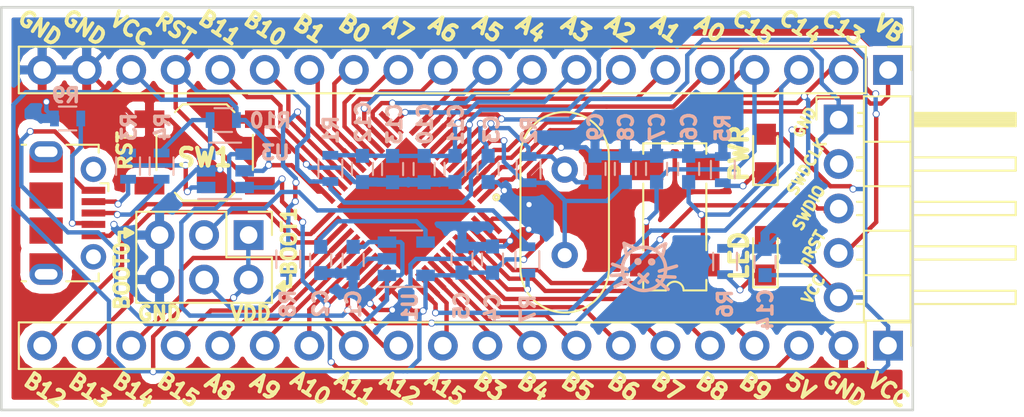
<source format=kicad_pcb>
(kicad_pcb (version 4) (host pcbnew 4.0.7)
  (layers (0 F.Cu signal) (31 B.Cu signal) (34 B.Paste user) (35 F.Paste user) (36 B.SilkS user) (37 F.SilkS user) (38 B.Mask user) (39 F.Mask user) (44 Edge.Cuts user))
  (net 0 "")
  (net 1 +5V)
  (net 2 GND)
  (net 3 "Net-(C2-Pad1)")
  (net 4 /RESET)
  (net 5 VCC)
  (net 6 /PC14)
  (net 7 /PC15)
  (net 8 /OSCIN)
  (net 9 /OSCOUT)
  (net 10 "Net-(D1-Pad1)")
  (net 11 "Net-(D2-Pad1)")
  (net 12 "Net-(J2-Pad3)")
  (net 13 "Net-(J2-Pad4)")
  (net 14 /VBAT)
  (net 15 /PC13)
  (net 16 /PA0)
  (net 17 /PA1)
  (net 18 /PA2)
  (net 19 /PA3)
  (net 20 /PA4)
  (net 21 /PA5)
  (net 22 /PA6)
  (net 23 /PA7)
  (net 24 /PB0)
  (net 25 /PB1)
  (net 26 /PB10)
  (net 27 /PB11)
  (net 28 /SWDCLK)
  (net 29 /SWDIO)
  (net 30 /PB9)
  (net 31 /PB8)
  (net 32 /PB7)
  (net 33 /PB6)
  (net 34 /PB5)
  (net 35 /PB4)
  (net 36 /PB3)
  (net 37 /PA15)
  (net 38 /PA12)
  (net 39 /PA11)
  (net 40 /PA10)
  (net 41 /PA9)
  (net 42 /PA8)
  (net 43 /PB15)
  (net 44 /PB14)
  (net 45 /PB13)
  (net 46 /PB12)
  (net 47 "Net-(R3-Pad1)")
  (net 48 "Net-(R10-Pad1)")
  (net 49 /BOOT0)
  (net 50 /BOOT1)
  (net 51 /D-)
  (net 52 /ID)
  (net 53 /D+)
  (module Pin_Headers:Pin_Header_Straight_1x20_Pitch2.54mm (layer F.Cu) (at 124.318 103.628 270)
    (fp_text reference J3 hide)
    (fp_text value Conn_01x20_des)
    (pad 1 thru_hole rect (at 0 0 270) (size 1.7 1.7) (drill 1) (layers *.Cu *.Mask) (net 14 /VBAT))
    (pad 2 thru_hole oval (at 0 2.54 270) (size 1.7 1.7) (drill 1) (layers *.Cu *.Mask) (net 15 /PC13))
    (pad 3 thru_hole oval (at 0 5.08 270) (size 1.7 1.7) (drill 1) (layers *.Cu *.Mask) (net 6 /PC14))
    (pad 4 thru_hole oval (at 0 7.62 270) (size 1.7 1.7) (drill 1) (layers *.Cu *.Mask) (net 7 /PC15))
    (pad 5 thru_hole oval (at 0 10.16 270) (size 1.7 1.7) (drill 1) (layers *.Cu *.Mask) (net 16 /PA0))
    (pad 6 thru_hole oval (at 0 12.7 270) (size 1.7 1.7) (drill 1) (layers *.Cu *.Mask) (net 17 /PA1))
    (pad 7 thru_hole oval (at 0 15.24 270) (size 1.7 1.7) (drill 1) (layers *.Cu *.Mask) (net 18 /PA2))
    (pad 8 thru_hole oval (at 0 17.78 270) (size 1.7 1.7) (drill 1) (layers *.Cu *.Mask) (net 19 /PA3))
    (pad 9 thru_hole oval (at 0 20.32 270) (size 1.7 1.7) (drill 1) (layers *.Cu *.Mask) (net 20 /PA4))
    (pad 10 thru_hole oval (at 0 22.86 270) (size 1.7 1.7) (drill 1) (layers *.Cu *.Mask) (net 21 /PA5))
    (pad 11 thru_hole oval (at 0 25.4 270) (size 1.7 1.7) (drill 1) (layers *.Cu *.Mask) (net 22 /PA6))
    (pad 12 thru_hole oval (at 0 27.94 270) (size 1.7 1.7) (drill 1) (layers *.Cu *.Mask) (net 23 /PA7))
    (pad 13 thru_hole oval (at 0 30.48 270) (size 1.7 1.7) (drill 1) (layers *.Cu *.Mask) (net 24 /PB0))
    (pad 14 thru_hole oval (at 0 33.02 270) (size 1.7 1.7) (drill 1) (layers *.Cu *.Mask) (net 25 /PB1))
    (pad 15 thru_hole oval (at 0 35.56 270) (size 1.7 1.7) (drill 1) (layers *.Cu *.Mask) (net 26 /PB10))
    (pad 16 thru_hole oval (at 0 38.1 270) (size 1.7 1.7) (drill 1) (layers *.Cu *.Mask) (net 27 /PB11))
    (pad 17 thru_hole oval (at 0 40.64 270) (size 1.7 1.7) (drill 1) (layers *.Cu *.Mask) (net 4 /RESET))
    (pad 18 thru_hole oval (at 0 43.18 270) (size 1.7 1.7) (drill 1) (layers *.Cu *.Mask) (net 5 VCC))
    (pad 19 thru_hole oval (at 0 45.72 270) (size 1.7 1.7) (drill 1) (layers *.Cu *.Mask) (net 2 GND))
    (pad 20 thru_hole oval (at 0 48.26 270) (size 1.7 1.7) (drill 1) (layers *.Cu *.Mask) (net 2 GND))
  )
  (module Pin_Headers:Pin_Header_Straight_2x03_Pitch2.54mm (layer F.Cu) (at 87.838 113.058 270)
    (fp_text reference J2 hide)
    (fp_text value Conn_02x03_Odd_Even)
    (pad 1 thru_hole rect (at 0 0 270) (size 1.7 1.7) (drill 1) (layers *.Cu *.Mask) (net 5 VCC))
    (pad 2 thru_hole oval (at 2.54 0 270) (size 1.7 1.7) (drill 1) (layers *.Cu *.Mask) (net 5 VCC))
    (pad 3 thru_hole oval (at 0 2.54 270) (size 1.7 1.7) (drill 1) (layers *.Cu *.Mask) (net 12 "Net-(J2-Pad3)"))
    (pad 4 thru_hole oval (at 2.54 2.54 270) (size 1.7 1.7) (drill 1) (layers *.Cu *.Mask) (net 13 "Net-(J2-Pad4)"))
    (pad 5 thru_hole oval (at 0 5.08 270) (size 1.7 1.7) (drill 1) (layers *.Cu *.Mask) (net 2 GND))
    (pad 6 thru_hole oval (at 2.54 5.08 270) (size 1.7 1.7) (drill 1) (layers *.Cu *.Mask) (net 2 GND))
  )
  (module Connectors_USB:USB_Micro-B_Molex-105017-0001 (layer F.Cu) (at 76.634 111.8 270)
    (fp_text reference J1 hide)
    (fp_text value USB_OTG)
    (pad 6 smd rect (at 1 0.35 270) (size 1.5 1.9) (layers F.Cu F.Paste F.Mask))
    (pad 6 thru_hole circle (at -2.5 -2.35 270) (size 1.45 1.45) (drill 0.85) (layers *.Cu *.Mask))
    (pad 2 smd rect (at -0.65 -2.35 270) (size 0.4 1.35) (layers F.Cu F.Paste F.Mask) (net 51 /D-))
    (pad 1 smd rect (at -1.3 -2.35 270) (size 0.4 1.35) (layers F.Cu F.Paste F.Mask) (net 1 +5V))
    (pad 5 smd rect (at 1.3 -2.35 270) (size 0.4 1.35) (layers F.Cu F.Paste F.Mask) (net 2 GND))
    (pad 4 smd rect (at 0.65 -2.35 270) (size 0.4 1.35) (layers F.Cu F.Paste F.Mask) (net 52 /ID))
    (pad 3 smd rect (at 0 -2.35 270) (size 0.4 1.35) (layers F.Cu F.Paste F.Mask) (net 53 /D+))
    (pad 6 thru_hole circle (at 2.5 -2.35 270) (size 1.45 1.45) (drill 0.85) (layers *.Cu *.Mask))
    (pad 6 smd rect (at -1 0.35 270) (size 1.5 1.9) (layers F.Cu F.Paste F.Mask))
    (pad 6 thru_hole oval (at -3.5 0.35 90) (size 1.2 1.9) (drill oval 0.6 1.3) (layers *.Cu *.Mask))
    (pad 6 thru_hole oval (at 3.5 0.35 270) (size 1.2 1.9) (drill oval 0.6 1.3) (layers *.Cu *.Mask))
    (pad 6 smd rect (at 2.9 0.35 270) (size 1.2 1.9) (layers F.Cu F.Mask))
    (pad 6 smd rect (at -2.9 0.35 270) (size 1.2 1.9) (layers F.Cu F.Mask))
  )
  (module Buttons_Switches_SMD:SW_SPST_TL3342 (layer F.Cu) (at 85.33 108.34)
    (fp_text reference SW1 (at 0 0.29) (layer F.SilkS) (effects (font (thickness 0.25))))
    (fp_text value SW_Push)
    (pad 1 smd rect (at -3.15 -1.9) (size 1.7 1) (layers F.Cu F.Paste F.Mask) (net 2 GND))
    (pad 1 smd rect (at 3.15 -1.9) (size 1.7 1) (layers F.Cu F.Paste F.Mask) (net 2 GND))
    (pad 2 smd rect (at -3.15 1.9) (size 1.7 1) (layers F.Cu F.Paste F.Mask))
    (pad 2 smd rect (at 3.15 1.9) (size 1.7 1) (layers F.Cu F.Paste F.Mask) (net 4 /RESET))
  )
  (module Pin_Headers:Pin_Header_Straight_1x20_Pitch2.54mm (layer F.Cu) (at 124.318 119.376 270)
    (fp_text reference J5 hide)
    (fp_text value Conn_01x20)
    (pad 1 thru_hole rect (at 0 0 270) (size 1.7 1.7) (drill 1) (layers *.Cu *.Mask) (net 5 VCC))
    (pad 2 thru_hole oval (at 0 2.54 270) (size 1.7 1.7) (drill 1) (layers *.Cu *.Mask) (net 2 GND))
    (pad 3 thru_hole oval (at 0 5.08 270) (size 1.7 1.7) (drill 1) (layers *.Cu *.Mask) (net 1 +5V))
    (pad 4 thru_hole oval (at 0 7.62 270) (size 1.7 1.7) (drill 1) (layers *.Cu *.Mask) (net 30 /PB9))
    (pad 5 thru_hole oval (at 0 10.16 270) (size 1.7 1.7) (drill 1) (layers *.Cu *.Mask) (net 31 /PB8))
    (pad 6 thru_hole oval (at 0 12.7 270) (size 1.7 1.7) (drill 1) (layers *.Cu *.Mask) (net 32 /PB7))
    (pad 7 thru_hole oval (at 0 15.24 270) (size 1.7 1.7) (drill 1) (layers *.Cu *.Mask) (net 33 /PB6))
    (pad 8 thru_hole oval (at 0 17.78 270) (size 1.7 1.7) (drill 1) (layers *.Cu *.Mask) (net 34 /PB5))
    (pad 9 thru_hole oval (at 0 20.32 270) (size 1.7 1.7) (drill 1) (layers *.Cu *.Mask) (net 35 /PB4))
    (pad 10 thru_hole oval (at 0 22.86 270) (size 1.7 1.7) (drill 1) (layers *.Cu *.Mask) (net 36 /PB3))
    (pad 11 thru_hole oval (at 0 25.4 270) (size 1.7 1.7) (drill 1) (layers *.Cu *.Mask) (net 37 /PA15))
    (pad 12 thru_hole oval (at 0 27.94 270) (size 1.7 1.7) (drill 1) (layers *.Cu *.Mask) (net 38 /PA12))
    (pad 13 thru_hole oval (at 0 30.48 270) (size 1.7 1.7) (drill 1) (layers *.Cu *.Mask) (net 39 /PA11))
    (pad 14 thru_hole oval (at 0 33.02 270) (size 1.7 1.7) (drill 1) (layers *.Cu *.Mask) (net 40 /PA10))
    (pad 15 thru_hole oval (at 0 35.56 270) (size 1.7 1.7) (drill 1) (layers *.Cu *.Mask) (net 41 /PA9))
    (pad 16 thru_hole oval (at 0 38.1 270) (size 1.7 1.7) (drill 1) (layers *.Cu *.Mask) (net 42 /PA8))
    (pad 17 thru_hole oval (at 0 40.64 270) (size 1.7 1.7) (drill 1) (layers *.Cu *.Mask) (net 43 /PB15))
    (pad 18 thru_hole oval (at 0 43.18 270) (size 1.7 1.7) (drill 1) (layers *.Cu *.Mask) (net 44 /PB14))
    (pad 19 thru_hole oval (at 0 45.72 270) (size 1.7 1.7) (drill 1) (layers *.Cu *.Mask) (net 45 /PB13))
    (pad 20 thru_hole oval (at 0 48.26 270) (size 1.7 1.7) (drill 1) (layers *.Cu *.Mask) (net 46 /PB12))
  )
  (module Pin_Headers:Pin_Header_Angled_1x05_Pitch2.54mm (layer F.Cu) (at 121.5 106.46)
    (fp_text reference J4 hide)
    (fp_text value Conn_01x05_desc)
    (pad 1 thru_hole rect (at 0 0) (size 1.7 1.7) (drill 1) (layers *.Cu *.Mask) (net 2 GND))
    (pad 2 thru_hole oval (at 0 2.54) (size 1.7 1.7) (drill 1) (layers *.Cu *.Mask) (net 28 /SWDCLK))
    (pad 3 thru_hole oval (at 0 5.08) (size 1.7 1.7) (drill 1) (layers *.Cu *.Mask) (net 29 /SWDIO))
    (pad 4 thru_hole oval (at 0 7.62) (size 1.7 1.7) (drill 1) (layers *.Cu *.Mask) (net 4 /RESET))
    (pad 5 thru_hole oval (at 0 10.16) (size 1.7 1.7) (drill 1) (layers *.Cu *.Mask) (net 5 VCC))
  )
  (module QFPN48:UFQFPN48 (layer F.Cu) (at 96.833134 111.435367 225)
    (fp_text reference U2 hide)
    (fp_text value STM32F401CCT6)
    (fp_circle (center -4.01 -3.26) (end -3.94 -3.28) (layer F.Cu) (width 0.15))
    (pad 0 smd trapezoid (at 0 0 225) (size 5.6 5.6) (layers F.Cu F.Paste F.Mask))
    (pad 48 smd trapezoid (at -2.75 -3.975 225) (size 0.3 1.75) (layers F.Cu F.Paste F.Mask) (net 5 VCC))
    (pad 47 smd trapezoid (at -2.25 -3.975 225) (size 0.3 1.75) (layers F.Cu F.Paste F.Mask) (net 2 GND))
    (pad 46 smd trapezoid (at -1.75 -3.975 225) (size 0.3 1.75) (layers F.Cu F.Paste F.Mask) (net 30 /PB9))
    (pad 45 smd trapezoid (at -1.25 -3.975 225) (size 0.3 1.75) (layers F.Cu F.Paste F.Mask) (net 31 /PB8))
    (pad 44 smd trapezoid (at -0.75 -3.975 225) (size 0.3 1.75) (layers F.Cu F.Paste F.Mask) (net 49 /BOOT0))
    (pad 43 smd trapezoid (at -0.25 -3.975 45) (size 0.3 1.75) (layers F.Cu F.Paste F.Mask) (net 32 /PB7))
    (pad 42 smd trapezoid (at 0.25 -3.975 225) (size 0.3 1.75) (layers F.Cu F.Paste F.Mask) (net 33 /PB6))
    (pad 41 smd trapezoid (at 0.75 -3.975 225) (size 0.3 1.75) (layers F.Cu F.Paste F.Mask) (net 34 /PB5))
    (pad 40 smd trapezoid (at 1.25 -3.975 225) (size 0.3 1.75) (layers F.Cu F.Paste F.Mask) (net 35 /PB4))
    (pad 39 smd trapezoid (at 1.75 -3.975 225) (size 0.3 1.75) (layers F.Cu F.Paste F.Mask) (net 36 /PB3))
    (pad 38 smd trapezoid (at 2.25 -3.975 225) (size 0.3 1.75) (layers F.Cu F.Paste F.Mask) (net 37 /PA15))
    (pad 37 smd trapezoid (at 2.75 -3.975 225) (size 0.3 1.75) (layers F.Cu F.Paste F.Mask) (net 28 /SWDCLK))
    (pad 7 smd trapezoid (at -3.975 0.25 315) (size 0.3 1.75) (layers F.Cu F.Paste F.Mask) (net 4 /RESET))
    (pad 6 smd trapezoid (at -3.975 -0.25 315) (size 0.3 1.75) (layers F.Cu F.Paste F.Mask) (net 9 /OSCOUT))
    (pad 5 smd trapezoid (at -3.975 -0.75 315) (size 0.3 1.75) (layers F.Cu F.Paste F.Mask) (net 8 /OSCIN))
    (pad 4 smd trapezoid (at -3.975 -1.25 315) (size 0.3 1.75) (layers F.Cu F.Paste F.Mask) (net 7 /PC15))
    (pad 3 smd trapezoid (at -3.975 -1.75 315) (size 0.3 1.75) (layers F.Cu F.Paste F.Mask) (net 6 /PC14))
    (pad 2 smd trapezoid (at -3.975 -2.25 315) (size 0.3 1.75) (layers F.Cu F.Paste F.Mask) (net 15 /PC13))
    (pad 8 smd trapezoid (at -3.975 0.75 315) (size 0.3 1.75) (layers F.Cu F.Paste F.Mask) (net 2 GND))
    (pad 1 smd trapezoid (at -3.975 -2.75 315) (size 0.3 1.75) (layers F.Cu F.Paste F.Mask) (net 14 /VBAT))
    (pad 9 smd trapezoid (at -3.975 1.25 315) (size 0.3 1.75) (layers F.Cu F.Paste F.Mask) (net 5 VCC))
    (pad 10 smd trapezoid (at -3.975 1.75 315) (size 0.3 1.75) (layers F.Cu F.Paste F.Mask) (net 16 /PA0))
    (pad 11 smd trapezoid (at -3.975 2.25 315) (size 0.3 1.75) (layers F.Cu F.Paste F.Mask) (net 17 /PA1))
    (pad 12 smd trapezoid (at -3.975 2.75 315) (size 0.3 1.75) (layers F.Cu F.Paste F.Mask) (net 18 /PA2))
    (pad 19 smd trapezoid (at 0.25 3.975 225) (size 0.3 1.75) (layers F.Cu F.Paste F.Mask) (net 25 /PB1))
    (pad 18 smd trapezoid (at -0.25 3.975 225) (size 0.3 1.75) (layers F.Cu F.Paste F.Mask) (net 24 /PB0))
    (pad 17 smd trapezoid (at -0.75 3.975 225) (size 0.3 1.75) (layers F.Cu F.Paste F.Mask) (net 23 /PA7))
    (pad 16 smd trapezoid (at -1.25 3.975 225) (size 0.3 1.75) (layers F.Cu F.Paste F.Mask) (net 22 /PA6))
    (pad 15 smd trapezoid (at -1.75 3.975 225) (size 0.3 1.75) (layers F.Cu F.Paste F.Mask) (net 21 /PA5))
    (pad 14 smd trapezoid (at -2.25 3.975 225) (size 0.3 1.75) (layers F.Cu F.Paste F.Mask) (net 20 /PA4))
    (pad 13 smd trapezoid (at -2.75 3.975 225) (size 0.3 1.75) (layers F.Cu F.Paste F.Mask) (net 19 /PA3))
    (pad 20 smd trapezoid (at 0.75 3.975 225) (size 0.3 1.75) (layers F.Cu F.Paste F.Mask) (net 50 /BOOT1))
    (pad 21 smd trapezoid (at 1.25 3.975 225) (size 0.3 1.75) (layers F.Cu F.Paste F.Mask) (net 26 /PB10))
    (pad 22 smd trapezoid (at 1.75 3.975 225) (size 0.3 1.75) (layers F.Cu F.Paste F.Mask) (net 27 /PB11))
    (pad 23 smd trapezoid (at 2.25 3.975 225) (size 0.3 1.75) (layers F.Cu F.Paste F.Mask) (net 2 GND))
    (pad 24 smd trapezoid (at 2.75 3.975 225) (size 0.3 1.75) (layers F.Cu F.Paste F.Mask) (net 5 VCC))
    (pad 31 smd trapezoid (at 3.975 -0.25 315) (size 0.3 1.75) (layers F.Cu F.Paste F.Mask) (net 40 /PA10))
    (pad 30 smd trapezoid (at 3.975 0.25 315) (size 0.3 1.75) (layers F.Cu F.Paste F.Mask) (net 41 /PA9))
    (pad 32 smd trapezoid (at 3.975 -0.75 315) (size 0.3 1.75) (layers F.Cu F.Paste F.Mask) (net 39 /PA11))
    (pad 33 smd trapezoid (at 3.975 -1.25 315) (size 0.3 1.75) (layers F.Cu F.Paste F.Mask) (net 38 /PA12))
    (pad 34 smd trapezoid (at 3.975 -1.75 315) (size 0.3 1.75) (layers F.Cu F.Paste F.Mask) (net 29 /SWDIO))
    (pad 35 smd trapezoid (at 3.975 -2.25 315) (size 0.3 1.75) (layers F.Cu F.Paste F.Mask) (net 2 GND))
    (pad 36 smd trapezoid (at 3.975 -2.75 315) (size 0.3 1.75) (layers F.Cu F.Paste F.Mask) (net 5 VCC))
    (pad 29 smd trapezoid (at 3.975 0.75 315) (size 0.3 1.75) (layers F.Cu F.Paste F.Mask) (net 42 /PA8))
    (pad 28 smd trapezoid (at 3.975 1.25 315) (size 0.3 1.75) (layers F.Cu F.Paste F.Mask) (net 43 /PB15))
    (pad 27 smd trapezoid (at 3.975 1.75 315) (size 0.3 1.75) (layers F.Cu F.Paste F.Mask) (net 44 /PB14))
    (pad 26 smd trapezoid (at 3.975 2.25 315) (size 0.3 1.75) (layers F.Cu F.Paste F.Mask) (net 45 /PB13))
    (pad 25 smd trapezoid (at 3.975 2.75 315) (size 0.3 1.75) (layers F.Cu F.Paste F.Mask) (net 46 /PB12))
  )
  (module Resistors_SMD:R_0603 (layer B.Cu) (at 77.51 106.4)
    (fp_text reference R9 (at -0.1 -1.32) (layer B.SilkS) (effects (font (size 0.8 0.8) (thickness 0.2)) (justify mirror)))
    (fp_text value 20R,0603)
    (pad 1 smd rect (at -0.75 0) (size 0.5 0.9) (layers B.Cu B.Paste B.Mask) (net 2 GND))
    (pad 2 smd rect (at 0.75 0) (size 0.5 0.9) (layers B.Cu B.Paste B.Mask) (net 52 /ID))
  )
  (module Resistors_SMD:R_0603 (layer B.Cu) (at 80.96 109.12 270)
    (fp_text reference R3 (at -2.23 -0.05 270) (layer B.SilkS) (effects (font (size 0.8 0.8) (thickness 0.2)) (justify mirror)))
    (fp_text value 20R,0603)
    (pad 1 smd rect (at -0.75 0 270) (size 0.5 0.9) (layers B.Cu B.Paste B.Mask) (net 47 "Net-(R3-Pad1)"))
    (pad 2 smd rect (at 0.75 0 270) (size 0.5 0.9) (layers B.Cu B.Paste B.Mask) (net 51 /D-))
  )
  (module Resistors_SMD:R_0603 (layer B.Cu) (at 82.87 109.12 270)
    (fp_text reference R4 (at -2.25 -0.06 270) (layer B.SilkS) (effects (font (size 0.8 0.8) (thickness 0.2)) (justify mirror)))
    (fp_text value 20R,0603)
    (pad 1 smd rect (at -0.75 0 270) (size 0.5 0.9) (layers B.Cu B.Paste B.Mask) (net 48 "Net-(R10-Pad1)"))
    (pad 2 smd rect (at 0.75 0 270) (size 0.5 0.9) (layers B.Cu B.Paste B.Mask) (net 53 /D+))
  )
  (module TO_SOT_Packages_SMD:SOT-23-6 (layer B.Cu) (at 86.51 109.39)
    (fp_text reference U3 (at 2.85 -1.04) (layer B.SilkS) (effects (font (size 0.8 0.8) (thickness 0.2)) (justify mirror)))
    (fp_text value USBLC6-2SC6)
    (pad 1 smd rect (at -1.1 0.95) (size 1.06 0.65) (layers B.Cu B.Paste B.Mask) (net 47 "Net-(R3-Pad1)"))
    (pad 2 smd rect (at -1.1 0) (size 1.06 0.65) (layers B.Cu B.Paste B.Mask) (net 2 GND))
    (pad 3 smd rect (at -1.1 -0.95) (size 1.06 0.65) (layers B.Cu B.Paste B.Mask) (net 48 "Net-(R10-Pad1)"))
    (pad 4 smd rect (at 1.1 -0.95) (size 1.06 0.65) (layers B.Cu B.Paste B.Mask) (net 38 /PA12))
    (pad 6 smd rect (at 1.1 0.95) (size 1.06 0.65) (layers B.Cu B.Paste B.Mask) (net 39 /PA11))
    (pad 5 smd rect (at 1.1 0) (size 1.06 0.65) (layers B.Cu B.Paste B.Mask) (net 5 VCC))
  )
  (module Resistors_SMD:R_0603 (layer B.Cu) (at 86.39 106.49)
    (fp_text reference R10 (at 2.69 0.03) (layer B.SilkS) (effects (font (size 0.8 0.8) (thickness 0.2)) (justify mirror)))
    (fp_text value 4.7K)
    (pad 1 smd rect (at -0.75 0) (size 0.5 0.9) (layers B.Cu B.Paste B.Mask) (net 48 "Net-(R10-Pad1)"))
    (pad 2 smd rect (at 0.75 0) (size 0.5 0.9) (layers B.Cu B.Paste B.Mask) (net 5 VCC))
  )
  (module LEDs:LED_0805 (layer F.Cu) (at 117.32 108.4 90)
    (fp_text reference PWR (at 0 -1.5 90) (layer F.SilkS) (effects (font (thickness 0.25))))
    (fp_text value LED_ALT)
    (pad 2 smd rect (at 1.1 0 270) (size 1.2 1.2) (layers F.Cu F.Paste F.Mask) (net 5 VCC))
    (pad 1 smd rect (at -1.1 0 270) (size 1.2 1.2) (layers F.Cu F.Paste F.Mask) (net 10 "Net-(D1-Pad1)"))
  )
  (module LEDs:LED_0805 (layer F.Cu) (at 117.32 114.24 90)
    (fp_text reference LED (at 0 -1.5 90) (layer F.SilkS) (effects (font (thickness 0.25))))
    (fp_text value LED_ALT)
    (pad 2 smd rect (at 1.1 0 270) (size 1.2 1.2) (layers F.Cu F.Paste F.Mask) (net 5 VCC))
    (pad 1 smd rect (at -1.1 0 270) (size 1.2 1.2) (layers F.Cu F.Paste F.Mask) (net 11 "Net-(D2-Pad1)"))
  )
  (module Resistors_SMD:R_0603 (layer B.Cu) (at 92.5 109.25 270)
    (fp_text reference R1 (at -2.2 -0.03 270) (layer B.SilkS) (effects (font (size 0.8 0.8) (thickness 0.2)) (justify mirror)))
    (fp_text value 10K)
    (pad 1 smd rect (at -0.75 0 270) (size 0.5 0.9) (layers B.Cu B.Paste B.Mask) (net 5 VCC))
    (pad 2 smd rect (at 0.75 0 270) (size 0.5 0.9) (layers B.Cu B.Paste B.Mask) (net 4 /RESET))
  )
  (module Capacitors_SMD:C_0603 (layer B.Cu) (at 94.33 109.28 270)
    (fp_text reference C12 (at -2.68 -0.04 270) (layer B.SilkS) (effects (font (size 0.8 0.8) (thickness 0.2)) (justify mirror)))
    (fp_text value 104,0603)
    (pad 2 smd rect (at 0.75 0 270) (size 0.8 0.75) (layers B.Cu B.Paste B.Mask) (net 2 GND))
    (pad 1 smd rect (at -0.75 0 270) (size 0.8 0.75) (layers B.Cu B.Paste B.Mask) (net 5 VCC))
  )
  (module Capacitors_SMD:C_0603 (layer B.Cu) (at 96.05 109.29 270)
    (fp_text reference C13 (at -2.58 -0.11 270) (layer B.SilkS) (effects (font (size 0.8 0.8) (thickness 0.2)) (justify mirror)))
    (fp_text value 104,0603)
    (pad 2 smd rect (at 0.75 0 270) (size 0.8 0.75) (layers B.Cu B.Paste B.Mask) (net 2 GND))
    (pad 1 smd rect (at -0.75 0 270) (size 0.8 0.75) (layers B.Cu B.Paste B.Mask) (net 5 VCC))
  )
  (module Capacitors_SMD:C_0603 (layer B.Cu) (at 97.85 109.29 270)
    (fp_text reference C10 (at -2.58 -0.05 270) (layer B.SilkS) (effects (font (size 0.8 0.8) (thickness 0.2)) (justify mirror)))
    (fp_text value 104,0603)
    (pad 2 smd rect (at 0.75 0 270) (size 0.8 0.75) (layers B.Cu B.Paste B.Mask) (net 2 GND))
    (pad 1 smd rect (at -0.75 0 270) (size 0.8 0.75) (layers B.Cu B.Paste B.Mask) (net 5 VCC))
  )
  (module Capacitors_SMD:C_0603 (layer B.Cu) (at 99.61 109.28 270)
    (fp_text reference C11 (at -2.53 -0.06 270) (layer B.SilkS) (effects (font (size 0.8 0.8) (thickness 0.2)) (justify mirror)))
    (fp_text value 104,0603)
    (pad 2 smd rect (at 0.75 0 270) (size 0.8 0.75) (layers B.Cu B.Paste B.Mask) (net 2 GND))
    (pad 1 smd rect (at -0.75 0 270) (size 0.8 0.75) (layers B.Cu B.Paste B.Mask) (net 5 VCC))
  )
  (module Capacitors_SMD:C_0603 (layer B.Cu) (at 101.5 109.28 270)
    (fp_text reference C3 (at -2.26 -0.2 270) (layer B.SilkS) (effects (font (size 0.8 0.8) (thickness 0.2)) (justify mirror)))
    (fp_text value 105,0603)
    (pad 2 smd rect (at 0.75 0 270) (size 0.8 0.75) (layers B.Cu B.Paste B.Mask) (net 2 GND))
    (pad 1 smd rect (at -0.75 0 270) (size 0.8 0.75) (layers B.Cu B.Paste B.Mask) (net 4 /RESET))
  )
  (module Resistors_SMD:R_0603 (layer B.Cu) (at 103.81 109.32 90)
    (fp_text reference R2 (at 2.25 0.03 90) (layer B.SilkS) (effects (font (size 0.8 0.8) (thickness 0.2)) (justify mirror)))
    (fp_text value 1M)
    (pad 1 smd rect (at -0.75 0 90) (size 0.5 0.9) (layers B.Cu B.Paste B.Mask) (net 8 /OSCIN))
    (pad 2 smd rect (at 0.75 0 90) (size 0.5 0.9) (layers B.Cu B.Paste B.Mask) (net 9 /OSCOUT))
  )
  (module Capacitors_SMD:C_0603 (layer B.Cu) (at 107.6 109.28 90)
    (fp_text reference C9 (at 2.41 0.03 90) (layer B.SilkS) (effects (font (size 0.8 0.8) (thickness 0.2)) (justify mirror)))
    (fp_text value 20p,0603)
    (pad 2 smd rect (at 0.75 0 90) (size 0.8 0.75) (layers B.Cu B.Paste B.Mask) (net 2 GND))
    (pad 1 smd rect (at -0.75 0 90) (size 0.8 0.75) (layers B.Cu B.Paste B.Mask) (net 9 /OSCOUT))
  )
  (module Capacitors_SMD:C_0603 (layer B.Cu) (at 109.33 109.28 90)
    (fp_text reference C8 (at 2.4 0.04 90) (layer B.SilkS) (effects (font (size 0.8 0.8) (thickness 0.2)) (justify mirror)))
    (fp_text value 20p,0603)
    (pad 2 smd rect (at 0.75 0 90) (size 0.8 0.75) (layers B.Cu B.Paste B.Mask) (net 2 GND))
    (pad 1 smd rect (at -0.75 0 90) (size 0.8 0.75) (layers B.Cu B.Paste B.Mask) (net 8 /OSCIN))
  )
  (module Capacitors_SMD:C_0603 (layer B.Cu) (at 111.11 109.28 90)
    (fp_text reference C7 (at 2.41 0.03 90) (layer B.SilkS) (effects (font (size 0.8 0.8) (thickness 0.2)) (justify mirror)))
    (fp_text value 20p,0603)
    (pad 2 smd rect (at 0.75 0 90) (size 0.8 0.75) (layers B.Cu B.Paste B.Mask) (net 2 GND))
    (pad 1 smd rect (at -0.75 0 90) (size 0.8 0.75) (layers B.Cu B.Paste B.Mask) (net 7 /PC15))
  )
  (module Capacitors_SMD:C_0603 (layer B.Cu) (at 112.94 109.28 90)
    (fp_text reference C6 (at 2.42 0.03 90) (layer B.SilkS) (effects (font (size 0.8 0.8) (thickness 0.2)) (justify mirror)))
    (fp_text value 20p,0603)
    (pad 2 smd rect (at 0.75 0 90) (size 0.8 0.75) (layers B.Cu B.Paste B.Mask) (net 2 GND))
    (pad 1 smd rect (at -0.75 0 90) (size 0.8 0.75) (layers B.Cu B.Paste B.Mask) (net 6 /PC14))
  )
  (module Resistors_SMD:R_0603 (layer B.Cu) (at 114.89 109.32 270)
    (fp_text reference R5 (at -2.37 0 270) (layer B.SilkS) (effects (font (size 0.8 0.8) (thickness 0.2)) (justify mirror)))
    (fp_text value 510R,0603)
    (pad 1 smd rect (at -0.75 0 270) (size 0.5 0.9) (layers B.Cu B.Paste B.Mask) (net 2 GND))
    (pad 2 smd rect (at 0.75 0 270) (size 0.5 0.9) (layers B.Cu B.Paste B.Mask) (net 10 "Net-(D1-Pad1)"))
  )
  (module Capacitors_SMD:C_0603 (layer B.Cu) (at 117.3 114.6 90)
    (fp_text reference C14 (at -2.72 0.03 90) (layer B.SilkS) (effects (font (size 0.8 0.8) (thickness 0.2)) (justify mirror)))
    (fp_text value 104,0603)
    (pad 2 smd rect (at 0.75 0 90) (size 0.8 0.75) (layers B.Cu B.Paste B.Mask) (net 2 GND))
    (pad 1 smd rect (at -0.75 0 90) (size 0.8 0.75) (layers B.Cu B.Paste B.Mask) (net 5 VCC))
  )
  (module Resistors_SMD:R_0603 (layer B.Cu) (at 115.02 114.57 270)
    (fp_text reference R6 (at 2.42 0 270) (layer B.SilkS) (effects (font (size 0.8 0.8) (thickness 0.2)) (justify mirror)))
    (fp_text value 510R,603)
    (pad 1 smd rect (at -0.75 0 270) (size 0.5 0.9) (layers B.Cu B.Paste B.Mask) (net 15 /PC13))
    (pad 2 smd rect (at 0.75 0 270) (size 0.5 0.9) (layers B.Cu B.Paste B.Mask) (net 11 "Net-(D2-Pad1)"))
  )
  (module Resistors_SMD:R_0603 (layer B.Cu) (at 103.74 114.48 270)
    (fp_text reference R7 (at 2.78 -0.03 270) (layer B.SilkS) (effects (font (size 0.8 0.8) (thickness 0.2)) (justify mirror)))
    (fp_text value 100K,0603)
    (pad 1 smd rect (at -0.75 0 270) (size 0.5 0.9) (layers B.Cu B.Paste B.Mask) (net 12 "Net-(J2-Pad3)"))
    (pad 2 smd rect (at 0.75 0 270) (size 0.5 0.9) (layers B.Cu B.Paste B.Mask) (net 49 /BOOT0))
  )
  (module Capacitors_SMD:C_0603 (layer B.Cu) (at 101.75 114.46 90)
    (fp_text reference C4 (at -2.73 0.01 90) (layer B.SilkS) (effects (font (size 0.8 0.8) (thickness 0.2)) (justify mirror)))
    (fp_text value 106,0603)
    (pad 2 smd rect (at 0.75 0 90) (size 0.8 0.75) (layers B.Cu B.Paste B.Mask) (net 2 GND))
    (pad 1 smd rect (at -0.75 0 90) (size 0.8 0.75) (layers B.Cu B.Paste B.Mask) (net 5 VCC))
  )
  (module Capacitors_SMD:C_0603 (layer B.Cu) (at 100.01 114.45 90)
    (fp_text reference C5 (at -2.64 -0.02 90) (layer B.SilkS) (effects (font (size 0.8 0.8) (thickness 0.2)) (justify mirror)))
    (fp_text value 104,0603)
    (pad 2 smd rect (at 0.75 0 90) (size 0.8 0.75) (layers B.Cu B.Paste B.Mask) (net 2 GND))
    (pad 1 smd rect (at -0.75 0 90) (size 0.8 0.75) (layers B.Cu B.Paste B.Mask) (net 5 VCC))
  )
  (module TO_SOT_Packages_SMD:SOT-23-5 (layer B.Cu) (at 96.83 114.41)
    (fp_text reference U1 (at 0.21 2.75 90) (layer B.SilkS) (effects (font (size 0.8 0.8) (thickness 0.2)) (justify mirror)))
    (fp_text value MIC5219-3.3)
    (pad 1 smd rect (at -1.1 0.95) (size 1.06 0.65) (layers B.Cu B.Paste B.Mask) (net 1 +5V))
    (pad 2 smd rect (at -1.1 0) (size 1.06 0.65) (layers B.Cu B.Paste B.Mask) (net 2 GND))
    (pad 3 smd rect (at -1.1 -0.95) (size 1.06 0.65) (layers B.Cu B.Paste B.Mask) (net 1 +5V))
    (pad 4 smd rect (at 1.1 -0.95) (size 1.06 0.65) (layers B.Cu B.Paste B.Mask) (net 3 "Net-(C2-Pad1)"))
    (pad 5 smd rect (at 1.1 0.95) (size 1.06 0.65) (layers B.Cu B.Paste B.Mask) (net 5 VCC))
  )
  (module Capacitors_SMD:C_0603 (layer B.Cu) (at 93.8 114.48 270)
    (fp_text reference C1 (at 2.52 -0.01 270) (layer B.SilkS) (effects (font (size 0.8 0.8) (thickness 0.2)) (justify mirror)))
    (fp_text value 223,0603)
    (pad 2 smd rect (at 0.75 0 270) (size 0.8 0.75) (layers B.Cu B.Paste B.Mask) (net 2 GND))
    (pad 1 smd rect (at -0.75 0 270) (size 0.8 0.75) (layers B.Cu B.Paste B.Mask) (net 1 +5V))
  )
  (module Capacitors_SMD:C_0603 (layer B.Cu) (at 91.95 114.48 270)
    (fp_text reference C2 (at 2.48 0.01 270) (layer B.SilkS) (effects (font (size 0.8 0.8) (thickness 0.2)) (justify mirror)))
    (fp_text value 223,0603)
    (pad 2 smd rect (at 0.75 0 270) (size 0.8 0.75) (layers B.Cu B.Paste B.Mask) (net 2 GND))
    (pad 1 smd rect (at -0.75 0 270) (size 0.8 0.75) (layers B.Cu B.Paste B.Mask) (net 3 "Net-(C2-Pad1)"))
  )
  (module Resistors_SMD:R_0603 (layer B.Cu) (at 90.1 114.44 270)
    (fp_text reference R8 (at 2.54 0.02 270) (layer B.SilkS) (effects (font (size 0.8 0.8) (thickness 0.2)) (justify mirror)))
    (fp_text value 100K,0603)
    (pad 1 smd rect (at -0.75 0 270) (size 0.5 0.9) (layers B.Cu B.Paste B.Mask) (net 50 /BOOT1))
    (pad 2 smd rect (at 0.75 0 270) (size 0.5 0.9) (layers B.Cu B.Paste B.Mask) (net 13 "Net-(J2-Pad4)"))
  )
  (module Crystals:Crystal_HC49-4H_Vertical (layer F.Cu) (at 105.87 114.2 90)
    (fp_text reference Y2 hide)
    (fp_text value 8MHz)
    (pad 1 thru_hole circle (at 0 0 90) (size 1.5 1.5) (drill 0.8) (layers *.Cu *.Mask) (net 8 /OSCIN))
    (pad 2 thru_hole circle (at 4.88 0 90) (size 1.5 1.5) (drill 0.8) (layers *.Cu *.Mask) (net 9 /OSCOUT))
  )
  (module Crystals:Crystal_SMD_SeikoEpson_MC306-4pin_8.0x3.2mm (layer F.Cu) (at 112.15 112.02 90)
    (fp_text reference Y1 hide)
    (fp_text value 32.786K)
    (pad 1 smd rect (at -2.75 1.6 90) (size 1.3 1.9) (layers F.Cu F.Paste F.Mask) (net 6 /PC14))
    (pad 2 smd rect (at 2.75 1.6 90) (size 1.3 1.9) (layers F.Cu F.Paste F.Mask))
    (pad 3 smd rect (at 2.75 -1.6 90) (size 1.3 1.9) (layers F.Cu F.Paste F.Mask))
    (pad 4 smd rect (at -2.75 -1.6 90) (size 1.3 1.9) (layers F.Cu F.Paste F.Mask) (net 7 /PC15))
  )
  (gr_line (start 110.11 115.79) (end 110.61 115.29) (layer B.SilkS) (width 0.2))
  (gr_line (start 110.11 115.31) (end 110.6 115.75) (layer B.SilkS) (width 0.2))
  (gr_line (start 109.55 115.62) (end 108.74 116) (layer B.SilkS) (width 0.2))
  (gr_line (start 109.43 115.31) (end 108.54 115.37) (layer B.SilkS) (width 0.2))
  (gr_line (start 109.42 115.02) (end 108.6 114.72) (layer B.SilkS) (width 0.2))
  (gr_line (start 111.14 115.64) (end 111.77 116.16) (layer B.SilkS) (width 0.2))
  (gr_line (start 111.25 115.42) (end 112.16 115.46) (layer B.SilkS) (width 0.2))
  (gr_line (start 111.27 115.12) (end 112.25 114.83) (layer B.SilkS) (width 0.2))
  (gr_circle (center 110.05 114.57) (end 109.96 114.51) (layer B.SilkS) (width 0.2))
  (gr_circle (center 110.83 114.59) (end 110.75 114.51) (layer B.SilkS) (width 0.2))
  (gr_line (start 111.63 113.56) (end 111.46 114.19) (layer B.SilkS) (width 0.2))
  (gr_line (start 111.62 113.56) (end 111.05 113.87) (layer B.SilkS) (width 0.2))
  (gr_line (start 109.39 114.17) (end 109.25 113.53) (layer B.SilkS) (width 0.2))
  (gr_line (start 109.85 113.81) (end 109.26 113.53) (layer B.SilkS) (width 0.2))
  (gr_circle (center 110.395294 114.99) (end 109.815294 113.9) (layer B.SilkS) (width 0.2))
  (gr_line (start 125.728 123.048) (end 73.728 123.048) (layer Edge.Cuts) (width 0.15))
  (gr_line (start 125.728 100.048) (end 125.728 123.048) (layer Edge.Cuts) (width 0.15))
  (gr_line (start 73.728 100.048) (end 125.728 100.048) (layer Edge.Cuts) (width 0.15))
  (gr_line (start 73.728 100.048) (end 73.728 123.048) (layer Edge.Cuts) (width 0.15))
  (gr_text RST (at 80.768 108.238 90) (layer F.SilkS) (effects (font (size 0.8 0.8) (thickness 0.2))))
  (gr_line (start 80.458 113.248) (end 80.458 113.418) (layer F.SilkS) (width 0.2))
  (gr_line (start 89.878 116.248) (end 89.498 115.998) (layer F.SilkS) (width 0.2))
  (gr_line (start 89.858 115.728) (end 89.878 116.248) (layer F.SilkS) (width 0.2))
  (gr_line (start 89.488 116.038) (end 89.858 115.728) (layer F.SilkS) (width 0.2))
  (gr_line (start 90.218 115.998) (end 89.488 116.038) (layer F.SilkS) (width 0.2))
  (gr_line (start 90.238 115.368) (end 90.218 115.998) (layer F.SilkS) (width 0.2))
  (gr_text BOOT1 (at 90.148 113.418 90) (layer F.SilkS) (effects (font (size 0.8 0.8) (thickness 0.2))))
  (gr_line (start 81.218 112.928) (end 80.798 112.698) (layer F.SilkS) (width 0.2))
  (gr_line (start 80.788 113.168) (end 81.218 112.928) (layer F.SilkS) (width 0.2))
  (gr_line (start 80.788 112.708) (end 80.788 113.168) (layer F.SilkS) (width 0.2))
  (gr_line (start 81.108 112.898) (end 80.788 112.708) (layer F.SilkS) (width 0.2))
  (gr_line (start 80.458 112.908) (end 81.108 112.898) (layer F.SilkS) (width 0.2))
  (gr_line (start 80.458 113.238) (end 80.458 112.908) (layer F.SilkS) (width 0.2))
  (gr_text BOOT0 (at 80.608 115.388 90) (layer F.SilkS) (effects (font (size 0.8 0.8) (thickness 0.2))))
  (gr_text VDD (at 87.958 117.538) (layer F.SilkS) (effects (font (size 0.8 0.8) (thickness 0.2))))
  (gr_text GND (at 82.748 117.548) (layer F.SilkS) (effects (font (size 0.8 0.8) (thickness 0.2))))
  (gr_text VCC (at 120.07 116.16 60) (layer F.SilkS) (effects (font (size 0.6 0.6))))
  (gr_text nRST (at 119.978 113.838 60) (layer F.SilkS) (effects (font (size 0.6 0.6))))
  (gr_text SWDIO (at 119.8 111.51 60) (layer F.SilkS) (effects (font (size 0.6 0.6))))
  (gr_text SWDCLK (at 119.69 109.16 60) (layer F.SilkS) (effects (font (size 0.6 0.6))))
  (gr_text GND (at 119.558 106.628 60) (layer F.SilkS) (effects (font (size 0.6 0.6))))
  (gr_text GND (at 75.928 101.228 326.5) (layer F.SilkS) (effects (font (size 0.85 0.85) (thickness 0.2125))))
  (gr_text GND (at 78.47 101.21 326.5) (layer F.SilkS) (effects (font (size 0.85 0.85) (thickness 0.2125))))
  (gr_text VCC (at 81.13 101.278 326.5) (layer F.SilkS) (effects (font (size 0.85 0.85) (thickness 0.2125))))
  (gr_text RST (at 83.64 101.278 326.5) (layer F.SilkS) (effects (font (size 0.85 0.85) (thickness 0.2125))))
  (gr_text B11 (at 86.188 101.208 326.5) (layer F.SilkS) (effects (font (size 0.85 0.85) (thickness 0.2125))))
  (gr_text B10 (at 88.778 101.268 326.5) (layer F.SilkS) (effects (font (size 0.85 0.85) (thickness 0.2125))))
  (gr_text B1 (at 91.308 101.278 326.5) (layer F.SilkS) (effects (font (size 0.9 0.9) (thickness 0.225))))
  (gr_text B0 (at 93.878 101.278 326.5) (layer F.SilkS) (effects (font (size 0.9 0.9) (thickness 0.225))))
  (gr_text A7 (at 96.388 101.278 326.5) (layer F.SilkS) (effects (font (size 0.9 0.9) (thickness 0.2125))))
  (gr_text A6 (at 98.978 101.278 326.5) (layer F.SilkS) (effects (font (size 0.9 0.9) (thickness 0.225))))
  (gr_text A5 (at 101.488 101.278 326.5) (layer F.SilkS) (effects (font (size 0.9 0.9) (thickness 0.225))))
  (gr_text A4 (at 103.96 101.278 326.5) (layer F.SilkS) (effects (font (size 0.9 0.9) (thickness 0.225))))
  (gr_text A3 (at 106.538 101.278 326.5) (layer F.SilkS) (effects (font (size 0.9 0.9) (thickness 0.225))))
  (gr_text A2 (at 109.048 101.278 326.5) (layer F.SilkS) (effects (font (size 0.9 0.9) (thickness 0.225))))
  (gr_text A1 (at 111.638 101.278 325) (layer F.SilkS) (effects (font (size 0.9 0.9) (thickness 0.225))))
  (gr_text A0 (at 114.168 101.278 326.5) (layer F.SilkS) (effects (font (size 0.9 0.9) (thickness 0.225))))
  (gr_text C15 (at 116.628 101.188 326.5) (layer F.SilkS) (effects (font (size 0.85 0.85) (thickness 0.2125))))
  (gr_text C14 (at 119.308 101.168 326.5) (layer F.SilkS) (effects (font (size 0.85 0.85) (thickness 0.2125))))
  (gr_text C13 (at 121.738 101.198 326.5) (layer F.SilkS) (effects (font (size 0.85 0.85) (thickness 0.2125))))
  (gr_text VB (at 124.388 101.278 326.5) (layer F.SilkS) (effects (font (size 0.9 0.9) (thickness 0.225))))
  (gr_text B12 (at 76.228 121.898 326.5) (layer F.SilkS) (effects (font (size 0.85 0.85) (thickness 0.2125))))
  (gr_text B13 (at 78.778 121.938 326.5) (layer F.SilkS) (effects (font (size 0.85 0.85) (thickness 0.2125))))
  (gr_text B14 (at 81.298 121.908 326.5) (layer F.SilkS) (effects (font (size 0.85 0.85) (thickness 0.2125))))
  (gr_text B15 (at 83.828 121.898 326.5) (layer F.SilkS) (effects (font (size 0.85 0.85) (thickness 0.2125))))
  (gr_text A8 (at 86.208 121.726 326.5) (layer F.SilkS) (effects (font (size 0.9 0.9) (thickness 0.225))))
  (gr_text A9 (at 88.788 121.726 326.5) (layer F.SilkS) (effects (font (size 0.9 0.9) (thickness 0.225))))
  (gr_text A10 (at 91.378 121.798 326.5) (layer F.SilkS) (effects (font (size 0.85 0.85) (thickness 0.2125))))
  (gr_text A11 (at 93.908 121.808 326.5) (layer F.SilkS) (effects (font (size 0.85 0.85) (thickness 0.2125))))
  (gr_text A12 (at 96.478 121.808 326.5) (layer F.SilkS) (effects (font (size 0.85 0.85) (thickness 0.2125))))
  (gr_text A15 (at 99.058 121.828 326.5) (layer F.SilkS) (effects (font (size 0.85 0.85) (thickness 0.2125))))
  (gr_text B3 (at 101.588 121.726 326.5) (layer F.SilkS) (effects (font (size 0.9 0.9) (thickness 0.225))))
  (gr_text B4 (at 104.098 121.726 326.5) (layer F.SilkS) (effects (font (size 0.9 0.9) (thickness 0.225))))
  (gr_text B5 (at 106.598 121.726 326.5) (layer F.SilkS) (effects (font (size 0.9 0.9) (thickness 0.225))))
  (gr_text B6 (at 109.238 121.726 326.5) (layer F.SilkS) (effects (font (size 0.9 0.9) (thickness 0.225))))
  (gr_text B7 (at 111.738 121.726 326.5) (layer F.SilkS) (effects (font (size 0.9 0.9) (thickness 0.225))))
  (gr_text B8 (at 114.278 121.726 326.5) (layer F.SilkS) (effects (font (size 0.9 0.9) (thickness 0.225))))
  (gr_text B9 (at 116.748 121.726 326.5) (layer F.SilkS) (effects (font (size 0.9 0.9) (thickness 0.225))))
  (gr_text 5V (at 119.308 121.726 326.5) (layer F.SilkS) (effects (font (size 0.9 0.9) (thickness 0.225))))
  (gr_text VCC (at 124.358 121.928 325) (layer F.SilkS) (effects (font (size 0.85 0.85) (thickness 0.2125))))
  (gr_text GND (at 121.818 121.858 326.5) (layer F.SilkS) (effects (font (size 0.85 0.85) (thickness 0.2125))))
  (segment (start 79.245001 112.905001) (end 77.527999 112.905001) (width 0.25) (layer B.Cu) (net 1))
  (segment (start 77.527999 112.905001) (end 74.87 110.247002) (width 0.25) (layer B.Cu) (net 1))
  (segment (start 80.284999 116.440001) (end 80.284999 113.944999) (width 0.25) (layer B.Cu) (net 1))
  (segment (start 92.13 118.140009) (end 81.985007 118.140009) (width 0.25) (layer B.Cu) (net 1))
  (segment (start 81.985007 118.140009) (end 80.284999 116.440001) (width 0.25) (layer B.Cu) (net 1))
  (segment (start 80.284999 113.944999) (end 79.245001 112.905001) (width 0.25) (layer B.Cu) (net 1))
  (segment (start 74.87 110.247002) (end 74.87 107.65) (width 0.25) (layer B.Cu) (net 1))
  (segment (start 74.87 107.65) (end 75.180001 107.339999) (width 0.25) (layer B.Cu) (net 1))
  (segment (start 75.180001 107.339999) (end 75.38 107.14) (width 0.25) (layer B.Cu) (net 1))
  (segment (start 75.662842 107.14) (end 75.38 107.14) (width 0.25) (layer F.Cu) (net 1))
  (segment (start 77.79 108.147839) (end 76.782161 107.14) (width 0.25) (layer F.Cu) (net 1))
  (segment (start 77.79 109.781) (end 77.79 108.147839) (width 0.25) (layer F.Cu) (net 1))
  (segment (start 78.509 110.5) (end 77.79 109.781) (width 0.25) (layer F.Cu) (net 1))
  (segment (start 78.984 110.5) (end 78.509 110.5) (width 0.25) (layer F.Cu) (net 1))
  (segment (start 76.782161 107.14) (end 75.662842 107.14) (width 0.25) (layer F.Cu) (net 1))
  (via (at 75.38 107.14) (size 0.4) (drill 0.3) (layers F.Cu B.Cu) (net 1))
  (segment (start 94.35698 118.140009) (end 92.13 118.140009) (width 0.25) (layer B.Cu) (net 1))
  (segment (start 95.73 116.766989) (end 94.35698 118.140009) (width 0.25) (layer B.Cu) (net 1))
  (segment (start 95.73 115.36) (end 95.73 116.766989) (width 0.25) (layer B.Cu) (net 1))
  (segment (start 93.8 113.73) (end 94.425 113.73) (width 0.25) (layer B.Cu) (net 1))
  (segment (start 94.425 113.73) (end 94.695 113.46) (width 0.25) (layer B.Cu) (net 1))
  (segment (start 94.695 113.46) (end 95.73 113.46) (width 0.25) (layer B.Cu) (net 1))
  (segment (start 95.73 113.46) (end 96.51 113.46) (width 0.25) (layer B.Cu) (net 1))
  (segment (start 96.51 115.36) (end 95.73 115.36) (width 0.25) (layer B.Cu) (net 1))
  (segment (start 96.51 113.46) (end 96.61 113.56) (width 0.25) (layer B.Cu) (net 1))
  (segment (start 96.61 113.56) (end 96.61 115.26) (width 0.25) (layer B.Cu) (net 1))
  (segment (start 96.61 115.26) (end 96.51 115.36) (width 0.25) (layer B.Cu) (net 1))
  (segment (start 92.55 120.31) (end 92.9 120.66) (width 0.25) (layer F.Cu) (net 1))
  (segment (start 92.9 120.66) (end 117.954 120.66) (width 0.25) (layer F.Cu) (net 1))
  (segment (start 117.954 120.66) (end 118.388001 120.225999) (width 0.25) (layer F.Cu) (net 1))
  (segment (start 118.388001 120.225999) (end 119.238 119.376) (width 0.25) (layer F.Cu) (net 1))
  (segment (start 92.473001 120.233001) (end 92.55 120.31) (width 0.25) (layer B.Cu) (net 1))
  (segment (start 92.13 118.140009) (end 92.473001 118.48301) (width 0.25) (layer B.Cu) (net 1))
  (segment (start 92.473001 118.48301) (end 92.473001 120.233001) (width 0.25) (layer B.Cu) (net 1))
  (via (at 92.55 120.31) (size 0.4) (drill 0.3) (layers F.Cu B.Cu) (net 1))
  (segment (start 95.14 117.34) (end 95.757158 117.34) (width 0.25) (layer F.Cu) (net 2))
  (segment (start 94.77 116.97) (end 95.14 117.34) (width 0.25) (layer F.Cu) (net 2))
  (segment (start 96.239999 117.140001) (end 96.04 117.34) (width 0.25) (layer B.Cu) (net 2))
  (segment (start 97.396 114.42) (end 97.069999 114.746001) (width 0.25) (layer B.Cu) (net 2))
  (segment (start 95.757158 117.34) (end 96.04 117.34) (width 0.25) (layer F.Cu) (net 2))
  (segment (start 100.415 114.42) (end 97.396 114.42) (width 0.25) (layer B.Cu) (net 2))
  (segment (start 101.125 113.71) (end 100.415 114.42) (width 0.25) (layer B.Cu) (net 2))
  (segment (start 101.75 113.71) (end 101.125 113.71) (width 0.25) (layer B.Cu) (net 2))
  (segment (start 97.069999 116.310001) (end 96.239999 117.140001) (width 0.25) (layer B.Cu) (net 2))
  (segment (start 97.069999 114.746001) (end 97.069999 116.310001) (width 0.25) (layer B.Cu) (net 2))
  (via (at 96.04 117.34) (size 0.4) (drill 0.3) (layers F.Cu B.Cu) (net 2))
  (segment (start 78.598 103.628) (end 79.906 102.32) (width 0.25) (layer B.Cu) (net 2))
  (segment (start 79.906 102.32) (end 107.08 102.32) (width 0.25) (layer B.Cu) (net 2))
  (segment (start 107.08 102.32) (end 107.82 103.06) (width 0.25) (layer B.Cu) (net 2))
  (segment (start 101.095183 105.900008) (end 100.428056 106.567135) (width 0.25) (layer B.Cu) (net 2))
  (segment (start 107.82 103.06) (end 107.82 104.156) (width 0.25) (layer B.Cu) (net 2))
  (segment (start 107.82 104.156) (end 106.075992 105.900008) (width 0.25) (layer B.Cu) (net 2))
  (segment (start 106.075992 105.900008) (end 101.095183 105.900008) (width 0.25) (layer B.Cu) (net 2))
  (segment (start 100.428056 106.567135) (end 100.428056 106.759764) (width 0.25) (layer B.Cu) (net 2))
  (segment (start 102.467158 113.39) (end 102.75 113.39) (width 0.25) (layer F.Cu) (net 2))
  (segment (start 102.428359 113.39) (end 102.467158 113.39) (width 0.25) (layer F.Cu) (net 2))
  (segment (start 103.41 112.73) (end 102.949999 113.190001) (width 0.25) (layer F.Cu) (net 2))
  (segment (start 103.82 112.73) (end 103.41 112.73) (width 0.25) (layer F.Cu) (net 2))
  (segment (start 102.43 113.71) (end 102.550001 113.589999) (width 0.25) (layer B.Cu) (net 2))
  (segment (start 101.75 113.71) (end 102.43 113.71) (width 0.25) (layer B.Cu) (net 2))
  (via (at 102.75 113.39) (size 0.4) (drill 0.3) (layers F.Cu B.Cu) (net 2))
  (segment (start 102.949999 113.190001) (end 102.75 113.39) (width 0.25) (layer F.Cu) (net 2))
  (segment (start 102.550001 113.589999) (end 102.75 113.39) (width 0.25) (layer B.Cu) (net 2))
  (segment (start 103.834904 111.31667) (end 103.834904 112.715096) (width 0.25) (layer B.Cu) (net 2))
  (segment (start 103.834904 112.715096) (end 103.82 112.73) (width 0.25) (layer B.Cu) (net 2))
  (via (at 103.82 112.73) (size 0.4) (drill 0.3) (layers F.Cu B.Cu) (net 2))
  (segment (start 103.834904 111.31667) (end 103.834904 111.305096) (width 0.25) (layer F.Cu) (net 2))
  (segment (start 103.834904 111.305096) (end 103.84 111.3) (width 0.25) (layer F.Cu) (net 2))
  (segment (start 103.84 111.3) (end 103.056273 110.516273) (width 0.25) (layer F.Cu) (net 2))
  (segment (start 103.056273 110.516273) (end 102.421263 110.516273) (width 0.25) (layer F.Cu) (net 2))
  (segment (start 80.151691 112.454332) (end 80.755359 113.058) (width 0.25) (layer B.Cu) (net 2))
  (segment (start 80.919359 113.058) (end 82.758 113.058) (width 0.25) (layer B.Cu) (net 2))
  (segment (start 80.755359 113.058) (end 80.919359 113.058) (width 0.25) (layer B.Cu) (net 2))
  (segment (start 100.428056 106.776283) (end 100.428056 106.759764) (width 0.25) (layer F.Cu) (net 2))
  (segment (start 99.105419 108.09892) (end 100.428056 106.776283) (width 0.25) (layer F.Cu) (net 2))
  (segment (start 100.440042 106.790042) (end 100.440042 106.77175) (width 0.25) (layer B.Cu) (net 2))
  (segment (start 100.428056 107.042606) (end 100.428056 106.759764) (width 0.25) (layer B.Cu) (net 2))
  (segment (start 100.428056 109.186944) (end 100.428056 107.042606) (width 0.25) (layer B.Cu) (net 2))
  (segment (start 100.440042 106.77175) (end 100.428056 106.759764) (width 0.25) (layer B.Cu) (net 2))
  (segment (start 99.61 110.005) (end 100.428056 109.186944) (width 0.25) (layer B.Cu) (net 2))
  (via (at 100.428056 106.759764) (size 0.4) (drill 0.3) (layers F.Cu B.Cu) (net 2))
  (segment (start 99.61 110.03) (end 99.61 110.005) (width 0.25) (layer B.Cu) (net 2))
  (segment (start 95.605241 115.84174) (end 94.77 116.676981) (width 0.25) (layer F.Cu) (net 2))
  (segment (start 94.77 116.676981) (end 94.77 116.97) (width 0.25) (layer F.Cu) (net 2))
  (segment (start 94.570001 116.770001) (end 94.77 116.97) (width 0.25) (layer B.Cu) (net 2))
  (segment (start 93.8 116) (end 94.570001 116.770001) (width 0.25) (layer B.Cu) (net 2))
  (segment (start 93.8 115.23) (end 93.8 116) (width 0.25) (layer B.Cu) (net 2))
  (via (at 94.77 116.97) (size 0.4) (drill 0.3) (layers F.Cu B.Cu) (net 2))
  (segment (start 121.778 119.376) (end 120.492 118.09) (width 0.25) (layer B.Cu) (net 2))
  (segment (start 120.492 118.09) (end 118.37 118.09) (width 0.25) (layer B.Cu) (net 2))
  (segment (start 118.37 118.09) (end 116.46 116.18) (width 0.25) (layer B.Cu) (net 2))
  (segment (start 116.46 116.18) (end 116.46 114.715) (width 0.25) (layer B.Cu) (net 2))
  (segment (start 116.46 114.715) (end 117.3 113.875) (width 0.25) (layer B.Cu) (net 2))
  (segment (start 117.3 113.875) (end 117.3 113.85) (width 0.25) (layer B.Cu) (net 2))
  (segment (start 95.73 114.41) (end 94.62 114.41) (width 0.25) (layer B.Cu) (net 2))
  (segment (start 94.62 114.41) (end 93.8 115.23) (width 0.25) (layer B.Cu) (net 2))
  (segment (start 91.95 115.23) (end 93.8 115.23) (width 0.25) (layer B.Cu) (net 2))
  (segment (start 117.3 113.85) (end 117.3 113.825) (width 0.25) (layer B.Cu) (net 2))
  (segment (start 117.3 113.825) (end 120.22 110.905) (width 0.25) (layer B.Cu) (net 2))
  (segment (start 120.22 110.905) (end 120.22 107.83) (width 0.25) (layer B.Cu) (net 2))
  (segment (start 114.89 108.57) (end 114.89 108.07) (width 0.25) (layer B.Cu) (net 2))
  (segment (start 114.89 108.07) (end 115.42 107.54) (width 0.25) (layer B.Cu) (net 2))
  (segment (start 115.42 107.54) (end 115.42 105.18) (width 0.25) (layer B.Cu) (net 2))
  (segment (start 112.94 108.53) (end 114.85 108.53) (width 0.25) (layer B.Cu) (net 2))
  (segment (start 114.85 108.53) (end 114.89 108.57) (width 0.25) (layer B.Cu) (net 2))
  (segment (start 112.94 108.53) (end 111.11 108.53) (width 0.25) (layer B.Cu) (net 2))
  (segment (start 109.32 108.54) (end 111.1 108.54) (width 0.25) (layer B.Cu) (net 2))
  (segment (start 111.1 108.54) (end 111.11 108.53) (width 0.25) (layer B.Cu) (net 2))
  (segment (start 107.6 108.53) (end 109.31 108.53) (width 0.25) (layer B.Cu) (net 2))
  (segment (start 109.31 108.53) (end 109.32 108.54) (width 0.25) (layer B.Cu) (net 2))
  (segment (start 105.67 108.045006) (end 107.065006 108.045006) (width 0.25) (layer B.Cu) (net 2))
  (segment (start 107.065006 108.045006) (end 107.56 108.54) (width 0.25) (layer B.Cu) (net 2))
  (segment (start 102.421263 110.436263) (end 102.421263 110.516273) (width 0.25) (layer B.Cu) (net 2))
  (via (at 102.421263 110.516273) (size 0.4) (drill 0.3) (layers F.Cu B.Cu) (net 2))
  (segment (start 102.025 110.04) (end 102.421263 110.436263) (width 0.25) (layer B.Cu) (net 2))
  (segment (start 101.4 110.04) (end 102.025 110.04) (width 0.25) (layer B.Cu) (net 2))
  (segment (start 99.61 110.03) (end 97.86 110.03) (width 0.25) (layer B.Cu) (net 2))
  (segment (start 97.86 110.03) (end 97.85 110.04) (width 0.25) (layer B.Cu) (net 2))
  (segment (start 94.33 110.03) (end 93.89 110.03) (width 0.25) (layer B.Cu) (net 2))
  (segment (start 93.89 110.03) (end 93.068767 109.208767) (width 0.25) (layer B.Cu) (net 2))
  (segment (start 93.068767 109.208767) (end 91.332999 109.208767) (width 0.25) (layer B.Cu) (net 2))
  (segment (start 91.332999 109.208767) (end 91.133 109.008768) (width 0.25) (layer B.Cu) (net 2))
  (segment (start 97.85 110.04) (end 96.05 110.04) (width 0.25) (layer B.Cu) (net 2))
  (segment (start 94.33 110.03) (end 96.04 110.03) (width 0.25) (layer B.Cu) (net 2))
  (segment (start 96.04 110.03) (end 96.05 110.04) (width 0.25) (layer B.Cu) (net 2))
  (segment (start 83.33 106.44) (end 86.000001 109.110001) (width 0.25) (layer F.Cu) (net 2))
  (segment (start 82.18 106.44) (end 83.33 106.44) (width 0.25) (layer F.Cu) (net 2))
  (segment (start 85.917158 109.31) (end 86.2 109.31) (width 0.25) (layer B.Cu) (net 2))
  (segment (start 85.14 109.31) (end 85.917158 109.31) (width 0.25) (layer B.Cu) (net 2))
  (segment (start 86.000001 109.110001) (end 86.2 109.31) (width 0.25) (layer F.Cu) (net 2))
  (via (at 86.2 109.31) (size 0.4) (drill 0.3) (layers F.Cu B.Cu) (net 2))
  (segment (start 85.14 109.31) (end 84.87 109.31) (width 0.25) (layer B.Cu) (net 2))
  (segment (start 84.87 109.31) (end 82.74 111.44) (width 0.25) (layer B.Cu) (net 2))
  (segment (start 82.74 111.44) (end 82.74 111.81) (width 0.25) (layer B.Cu) (net 2))
  (segment (start 76.3 105.45) (end 76.3 105.94) (width 0.25) (layer B.Cu) (net 2))
  (segment (start 76.3 105.94) (end 76.76 106.4) (width 0.25) (layer B.Cu) (net 2))
  (segment (start 91.07 108.945768) (end 91.133 109.008768) (width 0.25) (layer F.Cu) (net 2))
  (segment (start 91.07 108.866981) (end 91.07 108.945768) (width 0.25) (layer F.Cu) (net 2))
  (via (at 91.133 109.008768) (size 0.4) (drill 0.3) (layers F.Cu B.Cu) (net 2))
  (segment (start 82.758 113.058) (end 82.758 114.260081) (width 0.25) (layer B.Cu) (net 2))
  (segment (start 82.758 114.260081) (end 82.758 115.598) (width 0.25) (layer B.Cu) (net 2))
  (segment (start 82.74 111.81) (end 82.758 111.828) (width 0.25) (layer B.Cu) (net 2))
  (segment (start 82.758 111.828) (end 82.758 113.058) (width 0.25) (layer B.Cu) (net 2))
  (via (at 80.151691 112.454332) (size 0.4) (drill 0.3) (layers F.Cu B.Cu) (net 2))
  (segment (start 80.151691 112.737174) (end 80.151691 112.454332) (width 0.25) (layer F.Cu) (net 2))
  (via (at 80.151691 112.454333) (size 0.4) (drill 0.3) (layers F.Cu B.Cu) (net 2))
  (segment (start 78.984 113.1) (end 79.909 113.1) (width 0.25) (layer F.Cu) (net 2))
  (segment (start 79.909 113.1) (end 80.151691 112.857309) (width 0.25) (layer F.Cu) (net 2))
  (segment (start 80.151691 112.857309) (end 80.151691 112.737174) (width 0.25) (layer F.Cu) (net 2))
  (segment (start 105.67 108.045006) (end 105.387158 108.045006) (width 0.25) (layer F.Cu) (net 2))
  (segment (start 105.387158 108.045006) (end 103.834904 109.59726) (width 0.25) (layer F.Cu) (net 2))
  (segment (start 103.834904 109.59726) (end 103.834904 111.033828) (width 0.25) (layer F.Cu) (net 2))
  (segment (start 103.834904 111.033828) (end 103.834904 111.31667) (width 0.25) (layer F.Cu) (net 2))
  (via (at 103.834904 111.31667) (size 0.4) (drill 0.3) (layers F.Cu B.Cu) (net 2))
  (segment (start 120.22 107.83) (end 121.43 106.62) (width 0.25) (layer B.Cu) (net 2))
  (segment (start 82.74 111.81) (end 82.74 111.937919) (width 0.25) (layer B.Cu) (net 2))
  (via (at 105.67 108.045006) (size 0.4) (drill 0.3) (layers F.Cu B.Cu) (net 2))
  (segment (start 120.53 103.04) (end 120.53 104.39) (width 0.25) (layer B.Cu) (net 2))
  (segment (start 119.850002 102.360002) (end 120.53 103.04) (width 0.25) (layer B.Cu) (net 2))
  (segment (start 116.039998 102.360002) (end 119.850002 102.360002) (width 0.25) (layer B.Cu) (net 2))
  (segment (start 115.42 105.18) (end 115.42 102.98) (width 0.25) (layer B.Cu) (net 2))
  (segment (start 115.42 102.98) (end 116.039998 102.360002) (width 0.25) (layer B.Cu) (net 2))
  (segment (start 120.53 104.39) (end 121.5 105.36) (width 0.25) (layer B.Cu) (net 2))
  (segment (start 121.5 105.36) (end 121.5 106.46) (width 0.25) (layer B.Cu) (net 2))
  (segment (start 102.02 113.39) (end 102.428359 113.39) (width 0.25) (layer F.Cu) (net 2))
  (segment (start 102.428359 113.39) (end 102.44 113.401641) (width 0.25) (layer F.Cu) (net 2))
  (segment (start 101.98 113.39) (end 101.249776 112.659776) (width 0.25) (layer F.Cu) (net 2))
  (segment (start 101.249776 112.659776) (end 101.22674 112.659776) (width 0.25) (layer F.Cu) (net 2))
  (segment (start 101.22674 112.659776) (end 101.226732 112.659768) (width 0.25) (layer F.Cu) (net 2))
  (segment (start 91.07 108.866981) (end 90.283019 108.08) (width 0.25) (layer F.Cu) (net 2))
  (segment (start 92.42326 110.220241) (end 91.07 108.866981) (width 0.25) (layer F.Cu) (net 2))
  (segment (start 90.283019 108.08) (end 88.643019 106.44) (width 0.25) (layer F.Cu) (net 2))
  (segment (start 76.058 105.208) (end 76.100001 105.250001) (width 0.25) (layer F.Cu) (net 2))
  (segment (start 76.058 103.628) (end 76.058 105.208) (width 0.25) (layer F.Cu) (net 2))
  (segment (start 76.27 105.48) (end 76.3 105.45) (width 0.25) (layer B.Cu) (net 2))
  (via (at 76.3 105.45) (size 0.4) (drill 0.3) (layers F.Cu B.Cu) (net 2))
  (segment (start 76.100001 105.250001) (end 76.3 105.45) (width 0.25) (layer F.Cu) (net 2))
  (segment (start 86.17 109.31) (end 85.14 109.31) (width 0.25) (layer B.Cu) (net 2))
  (segment (start 78.598 103.628) (end 81.41 106.44) (width 0.25) (layer F.Cu) (net 2))
  (segment (start 81.41 106.44) (end 82.18 106.44) (width 0.25) (layer F.Cu) (net 2))
  (segment (start 76.058 103.628) (end 77.260081 103.628) (width 0.25) (layer B.Cu) (net 2))
  (segment (start 77.260081 103.628) (end 78.598 103.628) (width 0.25) (layer B.Cu) (net 2))
  (segment (start 88.643019 106.44) (end 88.55 106.44) (width 0.25) (layer F.Cu) (net 2))
  (segment (start 88.55 106.44) (end 88.48 106.44) (width 0.25) (layer F.Cu) (net 2))
  (segment (start 121.501 119.376) (end 121.778 119.376) (width 0.25) (layer B.Cu) (net 2))
  (segment (start 91.89 113.305) (end 91.89 113.67) (width 0.25) (layer B.Cu) (net 3))
  (segment (start 91.89 113.67) (end 91.95 113.73) (width 0.25) (layer B.Cu) (net 3))
  (segment (start 91.89 113.305) (end 92.925 112.27) (width 0.25) (layer B.Cu) (net 3))
  (segment (start 92.925 112.27) (end 97.41 112.27) (width 0.25) (layer B.Cu) (net 3))
  (segment (start 97.41 112.27) (end 97.93 112.79) (width 0.25) (layer B.Cu) (net 3))
  (segment (start 97.93 112.79) (end 97.93 113.46) (width 0.25) (layer B.Cu) (net 3))
  (segment (start 100.04 111.199989) (end 100.52 110.719989) (width 0.25) (layer B.Cu) (net 4))
  (segment (start 100.52 110.719989) (end 100.52 109.731396) (width 0.25) (layer B.Cu) (net 4))
  (segment (start 100.52 109.731396) (end 101.5 108.751396) (width 0.25) (layer B.Cu) (net 4))
  (segment (start 101.5 108.751396) (end 101.5 108.53) (width 0.25) (layer B.Cu) (net 4))
  (segment (start 93.299989 111.199989) (end 100.04 111.199989) (width 0.25) (layer B.Cu) (net 4))
  (segment (start 92.5 110) (end 91.34 110) (width 0.25) (layer B.Cu) (net 4))
  (segment (start 91.23 105.74) (end 90.369989 104.879989) (width 0.25) (layer B.Cu) (net 4))
  (segment (start 91.34 110) (end 90.608 109.268) (width 0.25) (layer B.Cu) (net 4))
  (segment (start 90.608 109.268) (end 90.608 108.052) (width 0.25) (layer B.Cu) (net 4))
  (segment (start 91.23 107.43) (end 91.23 105.74) (width 0.25) (layer B.Cu) (net 4))
  (segment (start 90.608 108.052) (end 91.23 107.43) (width 0.25) (layer B.Cu) (net 4))
  (segment (start 90.369989 104.879989) (end 84.929989 104.879989) (width 0.25) (layer B.Cu) (net 4))
  (segment (start 84.929989 104.879989) (end 83.678 103.628) (width 0.25) (layer B.Cu) (net 4))
  (segment (start 101.060097 106.885881) (end 101.060097 106.695003) (width 0.25) (layer F.Cu) (net 4))
  (segment (start 99.458973 108.452474) (end 99.493504 108.452474) (width 0.25) (layer F.Cu) (net 4))
  (segment (start 99.493504 108.452474) (end 101.060097 106.885881) (width 0.25) (layer F.Cu) (net 4))
  (segment (start 92.5 110) (end 92.51 110.01) (width 0.25) (layer B.Cu) (net 4))
  (segment (start 92.51 110.01) (end 92.51 110.41) (width 0.25) (layer B.Cu) (net 4))
  (segment (start 92.51 110.41) (end 93.299989 111.199989) (width 0.25) (layer B.Cu) (net 4))
  (segment (start 101.4 108.565) (end 101.4 108.54) (width 0.25) (layer B.Cu) (net 4))
  (segment (start 101.4 108.54) (end 101.4 107.89) (width 0.25) (layer B.Cu) (net 4))
  (segment (start 101.4 107.89) (end 101.060097 107.550097) (width 0.25) (layer B.Cu) (net 4))
  (segment (start 101.060097 107.550097) (end 101.060097 106.695003) (width 0.25) (layer B.Cu) (net 4))
  (segment (start 83.678 105.788) (end 83.678 104.830081) (width 0.25) (layer F.Cu) (net 4))
  (segment (start 88.48 110.24) (end 88.13 110.24) (width 0.25) (layer F.Cu) (net 4))
  (segment (start 88.13 110.24) (end 83.678 105.788) (width 0.25) (layer F.Cu) (net 4))
  (segment (start 83.678 104.830081) (end 83.678 103.628) (width 0.25) (layer F.Cu) (net 4))
  (via (at 101.060097 106.695003) (size 0.4) (drill 0.3) (layers F.Cu B.Cu) (net 4))
  (segment (start 123.64 106.422842) (end 123.64 106.14) (width 0.25) (layer F.Cu) (net 4))
  (segment (start 123.64 112.32) (end 123.64 106.422842) (width 0.25) (layer F.Cu) (net 4))
  (segment (start 121.54 114.42) (end 123.64 112.32) (width 0.25) (layer F.Cu) (net 4))
  (via (at 123.64 106.14) (size 0.4) (drill 0.3) (layers F.Cu B.Cu) (net 4))
  (segment (start 123.61 104.99) (end 123.61 106.11) (width 0.25) (layer B.Cu) (net 4))
  (segment (start 123.61 106.11) (end 123.64 106.14) (width 0.25) (layer B.Cu) (net 4))
  (segment (start 122.34 102.31) (end 123.03 103) (width 0.25) (layer F.Cu) (net 4))
  (segment (start 84.996 102.31) (end 122.34 102.31) (width 0.25) (layer F.Cu) (net 4))
  (segment (start 123.389393 104.99) (end 123.61 104.99) (width 0.25) (layer F.Cu) (net 4))
  (segment (start 83.678 103.628) (end 84.996 102.31) (width 0.25) (layer F.Cu) (net 4))
  (segment (start 123.03 104.630607) (end 123.389393 104.99) (width 0.25) (layer F.Cu) (net 4))
  (segment (start 123.03 103) (end 123.03 104.630607) (width 0.25) (layer F.Cu) (net 4))
  (via (at 123.61 104.99) (size 0.4) (drill 0.3) (layers F.Cu B.Cu) (net 4))
  (segment (start 83.678 103.628) (end 83.668 103.628) (width 0.25) (layer F.Cu) (net 4))
  (segment (start 104.25 113.73) (end 104.58 113.4) (width 0.25) (layer F.Cu) (net 5))
  (segment (start 104.58 113.4) (end 104.58 112.61) (width 0.25) (layer F.Cu) (net 5))
  (segment (start 104.58 112.61) (end 104.094797 112.124797) (width 0.25) (layer F.Cu) (net 5))
  (segment (start 104.094797 112.124797) (end 101.765203 112.124797) (width 0.25) (layer F.Cu) (net 5))
  (segment (start 101.765203 112.124797) (end 101.588427 112.301573) (width 0.25) (layer F.Cu) (net 5))
  (segment (start 97.590001 117.589999) (end 97.79 117.39) (width 0.25) (layer B.Cu) (net 5))
  (segment (start 97.580001 120.145) (end 97.580001 117.599999) (width 0.25) (layer B.Cu) (net 5))
  (segment (start 97.93 117.25) (end 97.79 117.39) (width 0.25) (layer B.Cu) (net 5))
  (segment (start 97.580001 117.599999) (end 97.590001 117.589999) (width 0.25) (layer B.Cu) (net 5))
  (segment (start 97.93 115.36) (end 97.93 117.25) (width 0.25) (layer B.Cu) (net 5))
  (segment (start 97.166268 117.39) (end 97.507158 117.39) (width 0.25) (layer F.Cu) (net 5))
  (segment (start 97.507158 117.39) (end 97.79 117.39) (width 0.25) (layer F.Cu) (net 5))
  (segment (start 95.966928 116.19066) (end 97.166268 117.39) (width 0.25) (layer F.Cu) (net 5))
  (segment (start 96.89 120.835001) (end 97.580001 120.145) (width 0.25) (layer B.Cu) (net 5))
  (via (at 97.79 117.39) (size 0.4) (drill 0.3) (layers F.Cu B.Cu) (net 5))
  (segment (start 96.658001 120.835001) (end 96.89 120.835001) (width 0.25) (layer B.Cu) (net 5))
  (segment (start 96.89 120.835001) (end 123.958999 120.835001) (width 0.25) (layer B.Cu) (net 5))
  (segment (start 123.02 116.978) (end 123.02 116.62) (width 0.25) (layer B.Cu) (net 5))
  (segment (start 123.02 116.62) (end 123.02 110.48) (width 0.25) (layer B.Cu) (net 5))
  (segment (start 121.5 116.62) (end 122.702081 116.62) (width 0.25) (layer B.Cu) (net 5))
  (segment (start 122.702081 116.62) (end 123.02 116.62) (width 0.25) (layer B.Cu) (net 5))
  (segment (start 117.32 113.14) (end 117.17 112.99) (width 0.25) (layer F.Cu) (net 5))
  (segment (start 104.25 113.73) (end 104.36 113.62) (width 0.25) (layer F.Cu) (net 5))
  (segment (start 103.53 114.45) (end 104.25 113.73) (width 0.25) (layer F.Cu) (net 5))
  (segment (start 123.02 110.48) (end 123.02 105.267002) (width 0.25) (layer B.Cu) (net 5))
  (segment (start 123.02 105.267002) (end 123.014999 105.262001) (width 0.25) (layer B.Cu) (net 5))
  (segment (start 123.014999 105.262001) (end 123.014999 102.914999) (width 0.25) (layer B.Cu) (net 5))
  (segment (start 123.014999 102.914999) (end 122.010001 101.910001) (width 0.25) (layer B.Cu) (net 5))
  (segment (start 122.010001 101.910001) (end 113.739999 101.910001) (width 0.25) (layer B.Cu) (net 5))
  (segment (start 113.739999 101.910001) (end 112.86 102.79) (width 0.25) (layer B.Cu) (net 5))
  (segment (start 112.86 102.79) (end 112.86 104.315) (width 0.25) (layer B.Cu) (net 5))
  (segment (start 112.86 104.315) (end 111.895 105.28) (width 0.25) (layer B.Cu) (net 5))
  (segment (start 111.895 105.28) (end 107.332396 105.28) (width 0.25) (layer B.Cu) (net 5))
  (segment (start 107.332396 105.28) (end 106.157396 106.455) (width 0.25) (layer B.Cu) (net 5))
  (segment (start 106.157396 106.455) (end 102.290101 106.455) (width 0.25) (layer B.Cu) (net 5))
  (segment (start 102.290101 106.455) (end 102.260101 106.425) (width 0.25) (layer B.Cu) (net 5))
  (segment (start 82.365001 120.835001) (end 82.39 120.86) (width 0.25) (layer B.Cu) (net 5))
  (segment (start 82.34 120.835001) (end 82.365001 120.835001) (width 0.25) (layer B.Cu) (net 5))
  (segment (start 82.39 118.86) (end 82.39 120.577158) (width 0.25) (layer F.Cu) (net 5))
  (segment (start 84.411233 116.838767) (end 82.39 118.86) (width 0.25) (layer F.Cu) (net 5))
  (segment (start 82.39 120.577158) (end 82.39 120.86) (width 0.25) (layer F.Cu) (net 5))
  (segment (start 86.781233 116.838767) (end 84.411233 116.838767) (width 0.25) (layer F.Cu) (net 5))
  (segment (start 86.981232 116.638768) (end 86.781233 116.838767) (width 0.25) (layer F.Cu) (net 5))
  (via (at 82.39 120.86) (size 0.4) (drill 0.3) (layers F.Cu B.Cu) (net 5))
  (segment (start 80.857999 120.835001) (end 82.34 120.835001) (width 0.25) (layer B.Cu) (net 5))
  (segment (start 74.419999 105.607999) (end 74.419999 111.379999) (width 0.25) (layer B.Cu) (net 5))
  (segment (start 79.87 119.847002) (end 80.857999 120.835001) (width 0.25) (layer B.Cu) (net 5))
  (segment (start 74.419999 111.379999) (end 79.87 116.83) (width 0.25) (layer B.Cu) (net 5))
  (segment (start 75.133 104.894998) (end 74.419999 105.607999) (width 0.25) (layer B.Cu) (net 5))
  (segment (start 79.871002 104.894998) (end 75.133 104.894998) (width 0.25) (layer B.Cu) (net 5))
  (segment (start 81.138 103.628) (end 79.871002 104.894998) (width 0.25) (layer B.Cu) (net 5))
  (segment (start 79.87 116.83) (end 79.87 119.847002) (width 0.25) (layer B.Cu) (net 5))
  (segment (start 99.729403 106.600257) (end 99.795509 106.666363) (width 0.25) (layer B.Cu) (net 5))
  (segment (start 102.005104 106.170003) (end 100.256521 106.170003) (width 0.25) (layer F.Cu) (net 5))
  (segment (start 102.260101 106.425) (end 102.005104 106.170003) (width 0.25) (layer F.Cu) (net 5))
  (segment (start 99.714894 106.600257) (end 99.729403 106.600257) (width 0.25) (layer B.Cu) (net 5))
  (segment (start 99.795509 106.631015) (end 99.795509 106.666363) (width 0.25) (layer F.Cu) (net 5))
  (via (at 99.795509 106.666363) (size 0.4) (drill 0.3) (layers F.Cu B.Cu) (net 5))
  (segment (start 100.256521 106.170003) (end 99.795509 106.631015) (width 0.25) (layer F.Cu) (net 5))
  (segment (start 99.61 108.53) (end 99.61 106.851872) (width 0.25) (layer B.Cu) (net 5))
  (segment (start 99.59551 106.866362) (end 99.795509 106.666363) (width 0.25) (layer F.Cu) (net 5))
  (segment (start 98.751866 107.745367) (end 99.59551 106.901723) (width 0.25) (layer F.Cu) (net 5))
  (segment (start 99.61 106.851872) (end 99.795509 106.666363) (width 0.25) (layer B.Cu) (net 5))
  (segment (start 99.59551 106.901723) (end 99.59551 106.866362) (width 0.25) (layer F.Cu) (net 5))
  (segment (start 99.712 106.603151) (end 99.714894 106.600257) (width 0.25) (layer B.Cu) (net 5))
  (segment (start 99.69 106.625151) (end 99.714894 106.600257) (width 0.25) (layer B.Cu) (net 5))
  (segment (start 117.32 113.14) (end 118.17 113.14) (width 0.25) (layer F.Cu) (net 5))
  (segment (start 118.17 113.14) (end 121.5 116.47) (width 0.25) (layer F.Cu) (net 5))
  (segment (start 121.5 116.47) (end 121.5 116.62) (width 0.25) (layer F.Cu) (net 5))
  (segment (start 97.93 115.36) (end 99.85 115.36) (width 0.25) (layer B.Cu) (net 5))
  (segment (start 99.85 115.36) (end 100.01 115.2) (width 0.25) (layer B.Cu) (net 5))
  (segment (start 100.12 115.2) (end 101.74 115.2) (width 0.25) (layer B.Cu) (net 5))
  (segment (start 101.74 115.2) (end 101.75 115.21) (width 0.25) (layer B.Cu) (net 5))
  (segment (start 101.75 115.21) (end 102.51 114.45) (width 0.25) (layer B.Cu) (net 5))
  (segment (start 102.51 114.45) (end 103.53 114.45) (width 0.25) (layer B.Cu) (net 5))
  (segment (start 117.3 115.35) (end 120.23 115.35) (width 0.25) (layer B.Cu) (net 5))
  (segment (start 120.23 115.35) (end 121.5 116.62) (width 0.25) (layer B.Cu) (net 5))
  (segment (start 117.32 107.3) (end 118.061012 107.3) (width 0.25) (layer F.Cu) (net 5))
  (segment (start 118.061012 107.3) (end 121.031012 110.27) (width 0.25) (layer F.Cu) (net 5))
  (segment (start 97.85 108.54) (end 99.6 108.54) (width 0.25) (layer B.Cu) (net 5))
  (segment (start 99.6 108.54) (end 99.61 108.53) (width 0.25) (layer B.Cu) (net 5))
  (segment (start 96.05 108.54) (end 97.85 108.54) (width 0.25) (layer B.Cu) (net 5))
  (segment (start 94.33 108.53) (end 96.04 108.53) (width 0.25) (layer B.Cu) (net 5))
  (segment (start 96.04 108.53) (end 96.05 108.54) (width 0.25) (layer B.Cu) (net 5))
  (segment (start 92.5 108.5) (end 94.3 108.5) (width 0.25) (layer B.Cu) (net 5))
  (segment (start 94.3 108.5) (end 94.33 108.53) (width 0.25) (layer B.Cu) (net 5))
  (segment (start 88.98 108.787158) (end 88.98 109.07) (width 0.25) (layer B.Cu) (net 5))
  (segment (start 87.64 106.49) (end 88.98 107.83) (width 0.25) (layer B.Cu) (net 5))
  (segment (start 88.780001 109.269999) (end 88.98 109.07) (width 0.25) (layer B.Cu) (net 5))
  (segment (start 87.61 109.39) (end 88.66 109.39) (width 0.25) (layer B.Cu) (net 5))
  (segment (start 88.98 107.83) (end 88.98 108.787158) (width 0.25) (layer B.Cu) (net 5))
  (segment (start 90.29 109.07) (end 89.262842 109.07) (width 0.25) (layer F.Cu) (net 5))
  (segment (start 91.793794 110.573794) (end 90.29 109.07) (width 0.25) (layer F.Cu) (net 5))
  (segment (start 87.14 106.49) (end 87.64 106.49) (width 0.25) (layer B.Cu) (net 5))
  (segment (start 92.069707 110.573794) (end 91.793794 110.573794) (width 0.25) (layer F.Cu) (net 5))
  (segment (start 88.66 109.39) (end 88.780001 109.269999) (width 0.25) (layer B.Cu) (net 5))
  (segment (start 89.262842 109.07) (end 88.98 109.07) (width 0.25) (layer F.Cu) (net 5))
  (via (at 88.98 109.07) (size 0.4) (drill 0.3) (layers F.Cu B.Cu) (net 5))
  (segment (start 87.14 106.49) (end 87.14 105.79) (width 0.25) (layer B.Cu) (net 5))
  (segment (start 87.14 105.79) (end 86.68 105.33) (width 0.25) (layer B.Cu) (net 5))
  (segment (start 86.68 105.33) (end 82.84 105.33) (width 0.25) (layer B.Cu) (net 5))
  (segment (start 82.84 105.33) (end 81.987999 104.477999) (width 0.25) (layer B.Cu) (net 5))
  (segment (start 81.987999 104.477999) (end 81.138 103.628) (width 0.25) (layer B.Cu) (net 5))
  (segment (start 122.32 110.43) (end 122.97 110.43) (width 0.25) (layer B.Cu) (net 5))
  (segment (start 122.97 110.43) (end 123.02 110.48) (width 0.25) (layer B.Cu) (net 5))
  (segment (start 122.16 110.27) (end 122.32 110.43) (width 0.25) (layer F.Cu) (net 5))
  (segment (start 121.031012 110.27) (end 122.16 110.27) (width 0.25) (layer F.Cu) (net 5))
  (via (at 122.32 110.43) (size 0.4) (drill 0.3) (layers F.Cu B.Cu) (net 5))
  (segment (start 124.318 119.376) (end 124.318 118.276) (width 0.25) (layer B.Cu) (net 5))
  (segment (start 124.318 118.276) (end 123.02 116.978) (width 0.25) (layer B.Cu) (net 5))
  (via (at 102.260101 106.425) (size 0.4) (drill 0.3) (layers F.Cu B.Cu) (net 5))
  (via (at 103.53 114.45) (size 0.4) (drill 0.3) (layers F.Cu B.Cu) (net 5))
  (segment (start 82.34 120.835001) (end 96.658001 120.835001) (width 0.25) (layer B.Cu) (net 5))
  (segment (start 87.82 115.68) (end 87.82 115.8) (width 0.25) (layer B.Cu) (net 5))
  (segment (start 87.82 115.8) (end 86.981232 116.638768) (width 0.25) (layer B.Cu) (net 5))
  (via (at 86.981232 116.638768) (size 0.4) (drill 0.3) (layers F.Cu B.Cu) (net 5))
  (segment (start 123.958999 120.835001) (end 124.318 120.476) (width 0.25) (layer B.Cu) (net 5))
  (segment (start 124.318 120.476) (end 124.318 119.376) (width 0.25) (layer B.Cu) (net 5))
  (segment (start 123.956 119.376) (end 124.318 119.376) (width 0.25) (layer B.Cu) (net 5))
  (segment (start 120.885 116.96) (end 121.54 116.96) (width 0.25) (layer B.Cu) (net 5))
  (segment (start 87.82 113.14) (end 87.82 114.24) (width 0.25) (layer B.Cu) (net 5))
  (segment (start 87.82 114.24) (end 87.82 115.68) (width 0.25) (layer B.Cu) (net 5))
  (segment (start 81.12 103.646) (end 81.138 103.628) (width 0.25) (layer B.Cu) (net 5))
  (segment (start 112.94 111.17) (end 113.460001 111.690001) (width 0.25) (layer B.Cu) (net 6))
  (segment (start 112.94 110.03) (end 112.94 111.17) (width 0.25) (layer B.Cu) (net 6))
  (segment (start 115.25 111.89) (end 113.942842 111.89) (width 0.25) (layer B.Cu) (net 6))
  (segment (start 118.22 108.92) (end 115.25 111.89) (width 0.25) (layer B.Cu) (net 6))
  (segment (start 119.238 103.628) (end 118.22 104.646) (width 0.25) (layer B.Cu) (net 6))
  (segment (start 113.460001 111.690001) (end 113.66 111.89) (width 0.25) (layer B.Cu) (net 6))
  (segment (start 113.75 111.98) (end 113.66 111.89) (width 0.25) (layer F.Cu) (net 6))
  (segment (start 113.75 114.77) (end 113.75 111.98) (width 0.25) (layer F.Cu) (net 6))
  (segment (start 118.22 104.646) (end 118.22 108.92) (width 0.25) (layer B.Cu) (net 6))
  (segment (start 113.942842 111.89) (end 113.66 111.89) (width 0.25) (layer B.Cu) (net 6))
  (via (at 113.66 111.89) (size 0.4) (drill 0.3) (layers F.Cu B.Cu) (net 6))
  (segment (start 119.238 103.628) (end 117.936 104.93) (width 0.25) (layer F.Cu) (net 6))
  (segment (start 117.936 104.93) (end 117.93 104.93) (width 0.25) (layer F.Cu) (net 6))
  (segment (start 117.93 104.93) (end 117.8 105.06) (width 0.25) (layer F.Cu) (net 6))
  (segment (start 117.8 105.06) (end 115.25 105.06) (width 0.25) (layer F.Cu) (net 6))
  (segment (start 115.25 105.06) (end 113.95 106.36) (width 0.25) (layer F.Cu) (net 6))
  (segment (start 113.74 114.6) (end 113.44 114.6) (width 0.25) (layer F.Cu) (net 6))
  (segment (start 108.631599 106.619989) (end 113.690011 106.619989) (width 0.25) (layer F.Cu) (net 6))
  (segment (start 102.828393 108.644992) (end 104.853381 106.620004) (width 0.25) (layer F.Cu) (net 6))
  (segment (start 104.853381 106.620004) (end 108.631584 106.620004) (width 0.25) (layer F.Cu) (net 6))
  (segment (start 113.690011 106.619989) (end 113.95 106.36) (width 0.25) (layer F.Cu) (net 6))
  (segment (start 102.094881 108.644992) (end 102.828393 108.644992) (width 0.25) (layer F.Cu) (net 6))
  (segment (start 100.873186 109.866687) (end 102.094881 108.644992) (width 0.25) (layer F.Cu) (net 6))
  (segment (start 119.212 103.628) (end 119.238 103.628) (width 0.25) (layer B.Cu) (net 6))
  (segment (start 113.95 106.36) (end 113.832491 106.477509) (width 0.25) (layer F.Cu) (net 6))
  (segment (start 118.818998 103.62) (end 119.23 103.62) (width 0.25) (layer F.Cu) (net 6))
  (segment (start 119.23 103.62) (end 119.238 103.628) (width 0.25) (layer F.Cu) (net 6))
  (segment (start 111.11 110.03) (end 111.11 111.7) (width 0.25) (layer B.Cu) (net 7))
  (segment (start 110.55 112.34) (end 110.51 112.3) (width 0.25) (layer F.Cu) (net 7))
  (segment (start 110.55 114.77) (end 110.55 112.34) (width 0.25) (layer F.Cu) (net 7))
  (via (at 110.51 112.3) (size 0.4) (drill 0.3) (layers F.Cu B.Cu) (net 7))
  (segment (start 110.709999 112.100001) (end 110.51 112.3) (width 0.25) (layer B.Cu) (net 7))
  (segment (start 111.11 111.7) (end 110.709999 112.100001) (width 0.25) (layer B.Cu) (net 7))
  (segment (start 100.519633 109.513134) (end 101.837776 108.194991) (width 0.25) (layer F.Cu) (net 7))
  (segment (start 101.837776 108.194991) (end 102.621997 108.194991) (width 0.25) (layer F.Cu) (net 7))
  (segment (start 113.460022 106.169978) (end 116 103.63) (width 0.25) (layer F.Cu) (net 7))
  (segment (start 102.621997 108.194991) (end 104.646985 106.170003) (width 0.25) (layer F.Cu) (net 7))
  (segment (start 104.646985 106.170003) (end 108.445188 106.170003) (width 0.25) (layer F.Cu) (net 7))
  (segment (start 108.445188 106.170003) (end 108.445213 106.169978) (width 0.25) (layer F.Cu) (net 7))
  (segment (start 108.445213 106.169978) (end 113.460022 106.169978) (width 0.25) (layer F.Cu) (net 7))
  (segment (start 116 103.63) (end 116.7 103.63) (width 0.25) (layer F.Cu) (net 7))
  (segment (start 116.7 103.63) (end 116.698 103.628) (width 0.25) (layer F.Cu) (net 7))
  (segment (start 116.698 103.628) (end 116.698 108.262) (width 0.25) (layer B.Cu) (net 7))
  (segment (start 116.698 108.262) (end 115.654991 109.305009) (width 0.25) (layer B.Cu) (net 7))
  (segment (start 115.654991 109.305009) (end 111.809991 109.305009) (width 0.25) (layer B.Cu) (net 7))
  (segment (start 111.809991 109.305009) (end 111.11 110.005) (width 0.25) (layer B.Cu) (net 7))
  (segment (start 111.11 110.005) (end 111.11 110.03) (width 0.25) (layer B.Cu) (net 7))
  (segment (start 116.696 103.63) (end 116.698 103.628) (width 0.25) (layer B.Cu) (net 7))
  (segment (start 115.99 103.63) (end 116.696 103.63) (width 0.25) (layer B.Cu) (net 7))
  (segment (start 105.9 111.11) (end 105.9 111.1) (width 0.25) (layer B.Cu) (net 8))
  (segment (start 105.9 111.1) (end 105.89 111.09) (width 0.25) (layer B.Cu) (net 8))
  (segment (start 105.89 111.09) (end 105.87 111.11) (width 0.25) (layer B.Cu) (net 8))
  (segment (start 105.87 111.11) (end 105.87 114.2) (width 0.25) (layer B.Cu) (net 8))
  (segment (start 102.4 107.67) (end 102.4 108.87) (width 0.25) (layer B.Cu) (net 8))
  (segment (start 102.4 108.87) (end 103.6 110.07) (width 0.25) (layer B.Cu) (net 8))
  (segment (start 103.6 110.07) (end 104.86 110.07) (width 0.25) (layer B.Cu) (net 8))
  (segment (start 104.86 110.07) (end 105.9 111.11) (width 0.25) (layer B.Cu) (net 8))
  (segment (start 105.9 111.11) (end 108.275 111.11) (width 0.25) (layer B.Cu) (net 8))
  (segment (start 108.275 111.11) (end 109.33 110.055) (width 0.25) (layer B.Cu) (net 8))
  (segment (start 109.33 110.055) (end 109.33 110.03) (width 0.25) (layer B.Cu) (net 8))
  (segment (start 109.32 110.04) (end 109.32 110.065) (width 0.25) (layer B.Cu) (net 8))
  (segment (start 109.32 110.065) (end 108.275 111.11) (width 0.25) (layer B.Cu) (net 8))
  (segment (start 102.117158 107.67) (end 102.4 107.67) (width 0.25) (layer F.Cu) (net 8))
  (segment (start 101.655661 107.67) (end 102.117158 107.67) (width 0.25) (layer F.Cu) (net 8))
  (via (at 102.4 107.67) (size 0.4) (drill 0.3) (layers F.Cu B.Cu) (net 8))
  (segment (start 100.16608 109.159581) (end 101.655661 107.67) (width 0.25) (layer F.Cu) (net 8))
  (segment (start 101.6601 106.695003) (end 101.687945 106.722848) (width 0.25) (layer B.Cu) (net 9))
  (segment (start 101.687945 106.722848) (end 101.687945 106.95) (width 0.25) (layer B.Cu) (net 9))
  (segment (start 101.687945 106.95) (end 102.68 106.95) (width 0.25) (layer B.Cu) (net 9))
  (segment (start 103.8 108.07) (end 103.8 108.57) (width 0.25) (layer B.Cu) (net 9))
  (segment (start 102.68 106.95) (end 103.8 108.07) (width 0.25) (layer B.Cu) (net 9))
  (segment (start 103.8 108.57) (end 105.120001 108.570001) (width 0.25) (layer B.Cu) (net 9))
  (segment (start 105.120001 108.570001) (end 105.87 109.32) (width 0.25) (layer B.Cu) (net 9))
  (segment (start 106.54 110.04) (end 106.54 109.99) (width 0.25) (layer B.Cu) (net 9))
  (segment (start 106.54 109.99) (end 105.87 109.32) (width 0.25) (layer B.Cu) (net 9))
  (segment (start 107.56 110.04) (end 106.54 110.04) (width 0.25) (layer B.Cu) (net 9))
  (segment (start 106.54 110.04) (end 105.8 109.3) (width 0.25) (layer B.Cu) (net 9))
  (segment (start 99.812526 108.806027) (end 101.640708 106.977845) (width 0.25) (layer F.Cu) (net 9))
  (segment (start 101.640708 106.977845) (end 101.6601 106.977845) (width 0.25) (layer F.Cu) (net 9))
  (segment (start 101.6601 106.977845) (end 101.6601 106.695003) (width 0.25) (layer F.Cu) (net 9))
  (via (at 101.6601 106.695003) (size 0.4) (drill 0.3) (layers F.Cu B.Cu) (net 9))
  (segment (start 114.89 110.07) (end 115.07 110.25) (width 0.25) (layer B.Cu) (net 10))
  (segment (start 115.07 110.25) (end 116.04 110.25) (width 0.25) (layer B.Cu) (net 10))
  (segment (start 117.32 109.5) (end 116.79 109.5) (width 0.25) (layer F.Cu) (net 10))
  (segment (start 116.79 109.5) (end 116.29 110) (width 0.25) (layer F.Cu) (net 10))
  (segment (start 116.29 110) (end 116.04 110.25) (width 0.25) (layer F.Cu) (net 10))
  (via (at 116.04 110.25) (size 0.4) (drill 0.3) (layers F.Cu B.Cu) (net 10))
  (segment (start 117.32 115.34) (end 116.72 115.34) (width 0.25) (layer F.Cu) (net 11))
  (segment (start 116.72 115.34) (end 115.87 116.19) (width 0.25) (layer F.Cu) (net 11))
  (segment (start 115.02 115.32) (end 115.02 115.33) (width 0.25) (layer B.Cu) (net 11))
  (segment (start 115.02 115.33) (end 115.87 116.18) (width 0.25) (layer B.Cu) (net 11))
  (segment (start 115.87 116.18) (end 115.87 116.19) (width 0.25) (layer B.Cu) (net 11))
  (via (at 115.87 116.19) (size 0.4) (drill 0.3) (layers F.Cu B.Cu) (net 11))
  (segment (start 103.75 113.67) (end 103.75 113.623011) (width 0.25) (layer B.Cu) (net 12))
  (segment (start 103.75 113.623011) (end 101.776989 111.65) (width 0.25) (layer B.Cu) (net 12))
  (segment (start 101.776989 111.65) (end 91.757002 111.65) (width 0.25) (layer B.Cu) (net 12))
  (segment (start 91.757002 111.65) (end 90.702003 110.595001) (width 0.25) (layer B.Cu) (net 12))
  (segment (start 89.704999 110.595001) (end 88.75 111.55) (width 0.25) (layer B.Cu) (net 12))
  (segment (start 90.702003 110.595001) (end 89.704999 110.595001) (width 0.25) (layer B.Cu) (net 12))
  (segment (start 88.75 111.55) (end 86.87 111.55) (width 0.25) (layer B.Cu) (net 12))
  (segment (start 86.87 111.55) (end 86.129999 112.290001) (width 0.25) (layer B.Cu) (net 12))
  (segment (start 86.129999 112.290001) (end 85.28 113.14) (width 0.25) (layer B.Cu) (net 12))
  (segment (start 88.58 117.21) (end 86.81 117.21) (width 0.25) (layer B.Cu) (net 13))
  (segment (start 86.81 117.21) (end 85.28 115.68) (width 0.25) (layer B.Cu) (net 13))
  (segment (start 90.1 115.19) (end 90.1 115.69) (width 0.25) (layer B.Cu) (net 13))
  (segment (start 90.1 115.69) (end 88.58 117.21) (width 0.25) (layer B.Cu) (net 13))
  (segment (start 88.58 117.21) (end 88.47 117.21) (width 0.25) (layer B.Cu) (net 13))
  (segment (start 102.269721 109.884366) (end 102.861813 109.884366) (width 0.25) (layer F.Cu) (net 14))
  (segment (start 123.308005 105.545009) (end 123.934991 105.545009) (width 0.25) (layer F.Cu) (net 14))
  (segment (start 124.318 104.728) (end 124.318 103.628) (width 0.25) (layer F.Cu) (net 14))
  (segment (start 123.934991 105.545009) (end 124.318 105.162) (width 0.25) (layer F.Cu) (net 14))
  (segment (start 119.50198 105.995009) (end 120.306989 105.19) (width 0.25) (layer F.Cu) (net 14))
  (segment (start 115.794991 105.995009) (end 119.50198 105.995009) (width 0.25) (layer F.Cu) (net 14))
  (segment (start 105.226173 107.520006) (end 114.269994 107.520006) (width 0.25) (layer F.Cu) (net 14))
  (segment (start 122.952996 105.19) (end 123.308005 105.545009) (width 0.25) (layer F.Cu) (net 14))
  (segment (start 124.318 105.162) (end 124.318 104.728) (width 0.25) (layer F.Cu) (net 14))
  (segment (start 114.269994 107.520006) (end 115.794991 105.995009) (width 0.25) (layer F.Cu) (net 14))
  (segment (start 102.861813 109.884366) (end 105.226173 107.520006) (width 0.25) (layer F.Cu) (net 14))
  (segment (start 120.306989 105.19) (end 122.952996 105.19) (width 0.25) (layer F.Cu) (net 14))
  (segment (start 101.580293 110.573794) (end 102.269721 109.884366) (width 0.25) (layer F.Cu) (net 14))
  (segment (start 115.02 113.82) (end 115.22 113.82) (width 0.25) (layer B.Cu) (net 15))
  (segment (start 115.22 113.82) (end 119.759998 109.280002) (width 0.25) (layer B.Cu) (net 15))
  (segment (start 119.759998 109.280002) (end 119.759998 105.359998) (width 0.25) (layer B.Cu) (net 15))
  (segment (start 119.759998 105.359998) (end 119.739999 105.339999) (width 0.25) (layer B.Cu) (net 15))
  (segment (start 119.739999 105.339999) (end 119.54 105.14) (width 0.25) (layer B.Cu) (net 15))
  (segment (start 119.524994 105.115006) (end 121.01 103.63) (width 0.25) (layer F.Cu) (net 15))
  (segment (start 121.01 103.63) (end 121.78 103.63) (width 0.25) (layer F.Cu) (net 15))
  (segment (start 121.78 103.63) (end 121.778 103.628) (width 0.25) (layer F.Cu) (net 15))
  (segment (start 119.54 105.130012) (end 119.54 105.14) (width 0.25) (layer F.Cu) (net 15))
  (via (at 119.54 105.14) (size 0.4) (drill 0.3) (layers F.Cu B.Cu) (net 15))
  (segment (start 119.524994 105.115006) (end 119.54 105.130012) (width 0.25) (layer F.Cu) (net 15))
  (segment (start 115.4364 105.51001) (end 119.12999 105.51001) (width 0.25) (layer F.Cu) (net 15))
  (segment (start 105.039782 107.07) (end 113.876411 107.07) (width 0.25) (layer F.Cu) (net 15))
  (segment (start 113.876411 107.07) (end 115.4364 105.51001) (width 0.25) (layer F.Cu) (net 15))
  (segment (start 119.12999 105.51001) (end 119.524994 105.115006) (width 0.25) (layer F.Cu) (net 15))
  (segment (start 101.22674 110.220241) (end 102.271946 109.175035) (width 0.25) (layer F.Cu) (net 15))
  (segment (start 102.934747 109.175035) (end 105.039782 107.07) (width 0.25) (layer F.Cu) (net 15))
  (segment (start 102.271946 109.175035) (end 102.934747 109.175035) (width 0.25) (layer F.Cu) (net 15))
  (segment (start 113.308001 104.477999) (end 114.158 103.628) (width 0.25) (layer F.Cu) (net 16))
  (segment (start 98.398313 107.391814) (end 99.270517 106.51961) (width 0.25) (layer F.Cu) (net 16))
  (segment (start 112.066033 105.719967) (end 113.308001 104.477999) (width 0.25) (layer F.Cu) (net 16))
  (segment (start 108.258827 105.719967) (end 112.066033 105.719967) (width 0.25) (layer F.Cu) (net 16))
  (segment (start 108.258792 105.720002) (end 108.258827 105.719967) (width 0.25) (layer F.Cu) (net 16))
  (segment (start 99.964881 105.720002) (end 108.258792 105.720002) (width 0.25) (layer F.Cu) (net 16))
  (segment (start 99.270517 106.414366) (end 99.964881 105.720002) (width 0.25) (layer F.Cu) (net 16))
  (segment (start 99.270517 106.51961) (end 99.270517 106.414366) (width 0.25) (layer F.Cu) (net 16))
  (segment (start 110.768001 104.477999) (end 111.618 103.628) (width 0.25) (layer F.Cu) (net 17))
  (segment (start 109.985999 105.260001) (end 110.768001 104.477999) (width 0.25) (layer F.Cu) (net 17))
  (segment (start 108.082396 105.260001) (end 109.985999 105.260001) (width 0.25) (layer F.Cu) (net 17))
  (segment (start 99.778485 105.270001) (end 108.072396 105.270001) (width 0.25) (layer F.Cu) (net 17))
  (segment (start 98.044759 107.03826) (end 98.820516 106.262503) (width 0.25) (layer F.Cu) (net 17))
  (segment (start 98.820516 106.22797) (end 99.778485 105.270001) (width 0.25) (layer F.Cu) (net 17))
  (segment (start 108.072396 105.270001) (end 108.082396 105.260001) (width 0.25) (layer F.Cu) (net 17))
  (segment (start 98.820516 106.262503) (end 98.820516 106.22797) (width 0.25) (layer F.Cu) (net 17))
  (segment (start 97.691206 106.591177) (end 99.462383 104.82) (width 0.25) (layer F.Cu) (net 18))
  (segment (start 107.886 104.82) (end 108.228001 104.477999) (width 0.25) (layer F.Cu) (net 18))
  (segment (start 108.228001 104.477999) (end 109.078 103.628) (width 0.25) (layer F.Cu) (net 18))
  (segment (start 99.462383 104.82) (end 107.886 104.82) (width 0.25) (layer F.Cu) (net 18))
  (segment (start 97.691206 106.684707) (end 97.691206 106.591177) (width 0.25) (layer F.Cu) (net 18))
  (segment (start 95.958794 106.684707) (end 96.125293 106.684707) (width 0.25) (layer F.Cu) (net 19))
  (segment (start 96.125293 106.684707) (end 96.560001 106.249999) (width 0.25) (layer F.Cu) (net 19))
  (segment (start 100.308794 106.05) (end 97.042842 106.05) (width 0.25) (layer B.Cu) (net 19))
  (segment (start 100.908787 105.450007) (end 100.308794 106.05) (width 0.25) (layer B.Cu) (net 19))
  (segment (start 96.560001 106.249999) (end 96.76 106.05) (width 0.25) (layer F.Cu) (net 19))
  (segment (start 97.042842 106.05) (end 96.76 106.05) (width 0.25) (layer B.Cu) (net 19))
  (segment (start 104.715993 105.450007) (end 100.908787 105.450007) (width 0.25) (layer B.Cu) (net 19))
  (segment (start 106.538 103.628) (end 104.715993 105.450007) (width 0.25) (layer B.Cu) (net 19))
  (via (at 96.76 106.05) (size 0.4) (drill 0.3) (layers F.Cu B.Cu) (net 19))
  (segment (start 103.998 103.628) (end 102.676 104.95) (width 0.25) (layer B.Cu) (net 20))
  (segment (start 96.322842 105.52) (end 96.04 105.52) (width 0.25) (layer B.Cu) (net 20))
  (segment (start 102.676 104.95) (end 100.772397 104.95) (width 0.25) (layer B.Cu) (net 20))
  (segment (start 100.772397 104.95) (end 100.202397 105.52) (width 0.25) (layer B.Cu) (net 20))
  (segment (start 100.202397 105.52) (end 96.322842 105.52) (width 0.25) (layer B.Cu) (net 20))
  (segment (start 95.757158 105.52) (end 96.04 105.52) (width 0.25) (layer F.Cu) (net 20))
  (segment (start 95.429946 105.52) (end 95.757158 105.52) (width 0.25) (layer F.Cu) (net 20))
  (segment (start 94.917144 106.032802) (end 95.429946 105.52) (width 0.25) (layer F.Cu) (net 20))
  (segment (start 95.605241 107.03826) (end 94.917144 106.350163) (width 0.25) (layer F.Cu) (net 20))
  (segment (start 94.917144 106.350163) (end 94.917144 106.032802) (width 0.25) (layer F.Cu) (net 20))
  (via (at 96.04 105.52) (size 0.4) (drill 0.3) (layers F.Cu B.Cu) (net 20))
  (segment (start 101.458 103.628) (end 100.106 104.98) (width 0.25) (layer B.Cu) (net 21))
  (segment (start 100.106 104.98) (end 95.279982 104.98) (width 0.25) (layer B.Cu) (net 21))
  (segment (start 95.279982 104.98) (end 94.635046 105.624936) (width 0.25) (layer B.Cu) (net 21))
  (segment (start 94.635046 105.624936) (end 94.435047 105.824935) (width 0.25) (layer B.Cu) (net 21))
  (segment (start 94.435047 106.107777) (end 94.435047 105.824935) (width 0.25) (layer F.Cu) (net 21))
  (segment (start 94.435047 106.575174) (end 94.435047 106.107777) (width 0.25) (layer F.Cu) (net 21))
  (via (at 94.435047 105.824935) (size 0.4) (drill 0.3) (layers F.Cu B.Cu) (net 21))
  (segment (start 95.251687 107.391814) (end 94.435047 106.575174) (width 0.25) (layer F.Cu) (net 21))
  (segment (start 98.918 103.628) (end 97.686 104.86) (width 0.25) (layer F.Cu) (net 22))
  (segment (start 97.686 104.86) (end 95.386396 104.86) (width 0.25) (layer F.Cu) (net 22))
  (segment (start 95.386396 104.86) (end 94.946452 105.299944) (width 0.25) (layer F.Cu) (net 22))
  (segment (start 93.83 105.652994) (end 93.83 106.677233) (width 0.25) (layer F.Cu) (net 22))
  (segment (start 93.83 106.677233) (end 94.898134 107.745367) (width 0.25) (layer F.Cu) (net 22))
  (segment (start 94.946452 105.299944) (end 94.18305 105.299944) (width 0.25) (layer F.Cu) (net 22))
  (segment (start 94.18305 105.299944) (end 93.83 105.652994) (width 0.25) (layer F.Cu) (net 22))
  (segment (start 93.31 105.5) (end 93.984045 104.825955) (width 0.25) (layer F.Cu) (net 23))
  (segment (start 94.544581 108.09892) (end 93.31 106.864339) (width 0.25) (layer F.Cu) (net 23))
  (segment (start 93.31 106.864339) (end 93.31 105.5) (width 0.25) (layer F.Cu) (net 23))
  (segment (start 95.982 103.628) (end 96.378 103.628) (width 0.25) (layer F.Cu) (net 23))
  (segment (start 93.984045 104.825955) (end 94.784045 104.825955) (width 0.25) (layer F.Cu) (net 23))
  (segment (start 94.784045 104.825955) (end 95.982 103.628) (width 0.25) (layer F.Cu) (net 23))
  (segment (start 93.838 103.628) (end 93.508285 103.628) (width 0.25) (layer F.Cu) (net 24))
  (segment (start 93.508285 103.628) (end 92.73 104.406285) (width 0.25) (layer F.Cu) (net 24))
  (segment (start 92.73 104.406285) (end 92.73 106.991447) (width 0.25) (layer F.Cu) (net 24))
  (segment (start 92.73 106.991447) (end 93.501599 107.763046) (width 0.25) (layer F.Cu) (net 24))
  (segment (start 93.501599 107.763046) (end 94.191027 108.452474) (width 0.25) (layer F.Cu) (net 24))
  (segment (start 93.837474 108.806027) (end 91.78 106.748553) (width 0.25) (layer F.Cu) (net 25))
  (segment (start 91.78 106.748553) (end 91.78 104.11) (width 0.25) (layer F.Cu) (net 25))
  (segment (start 91.78 104.11) (end 91.298 103.628) (width 0.25) (layer F.Cu) (net 25))
  (segment (start 92.440939 108.823706) (end 93.130367 109.513134) (width 0.25) (layer F.Cu) (net 26))
  (segment (start 90.105009 106.487776) (end 92.440939 108.823706) (width 0.25) (layer F.Cu) (net 26))
  (segment (start 90.105009 104.975009) (end 90.105009 106.487776) (width 0.25) (layer F.Cu) (net 26))
  (segment (start 88.758 103.628) (end 90.105009 104.975009) (width 0.25) (layer F.Cu) (net 26))
  (segment (start 91.610127 108.7) (end 89.655001 106.744874) (width 0.25) (layer F.Cu) (net 27))
  (segment (start 89.655001 105.679999) (end 89.155002 105.18) (width 0.25) (layer F.Cu) (net 27))
  (segment (start 89.655001 106.744874) (end 89.655001 105.679999) (width 0.25) (layer F.Cu) (net 27))
  (segment (start 89.155002 105.18) (end 87.77 105.18) (width 0.25) (layer F.Cu) (net 27))
  (segment (start 87.77 105.18) (end 87.067999 104.477999) (width 0.25) (layer F.Cu) (net 27))
  (segment (start 87.067999 104.477999) (end 86.218 103.628) (width 0.25) (layer F.Cu) (net 27))
  (segment (start 91.610127 108.7) (end 92.087386 109.177259) (width 0.25) (layer F.Cu) (net 27))
  (segment (start 91.385126 108.474999) (end 91.610127 108.7) (width 0.25) (layer F.Cu) (net 27))
  (segment (start 92.087386 109.177259) (end 92.776814 109.866687) (width 0.25) (layer F.Cu) (net 27))
  (segment (start 118.84 108.98) (end 118.84 107.342842) (width 0.25) (layer B.Cu) (net 28))
  (segment (start 118.84 107.342842) (end 118.84 107.06) (width 0.25) (layer B.Cu) (net 28))
  (segment (start 98.501683 117.500478) (end 106.08651 117.500478) (width 0.25) (layer B.Cu) (net 28))
  (segment (start 106.08651 117.500478) (end 110.786988 112.8) (width 0.25) (layer B.Cu) (net 28))
  (segment (start 110.786988 112.8) (end 115.02 112.8) (width 0.25) (layer B.Cu) (net 28))
  (segment (start 115.02 112.8) (end 118.84 108.98) (width 0.25) (layer B.Cu) (net 28))
  (segment (start 98.501683 117.00577) (end 98.501683 117.217636) (width 0.25) (layer F.Cu) (net 28))
  (segment (start 97.691206 116.195293) (end 98.501683 117.00577) (width 0.25) (layer F.Cu) (net 28))
  (segment (start 98.501683 117.217636) (end 98.501683 117.500478) (width 0.25) (layer F.Cu) (net 28))
  (segment (start 121.5 109) (end 119.56 107.06) (width 0.25) (layer F.Cu) (net 28))
  (segment (start 119.56 107.06) (end 118.84 107.06) (width 0.25) (layer F.Cu) (net 28))
  (via (at 118.84 107.06) (size 0.4) (drill 0.3) (layers F.Cu B.Cu) (net 28))
  (segment (start 121.204 109.16) (end 120.94 109.16) (width 0.25) (layer F.Cu) (net 28))
  (via (at 98.501683 117.500478) (size 0.4) (drill 0.3) (layers F.Cu B.Cu) (net 28))
  (segment (start 111.510001 113.125001) (end 111.310002 113.325) (width 0.25) (layer F.Cu) (net 29))
  (segment (start 113.275002 111.36) (end 111.510001 113.125001) (width 0.25) (layer F.Cu) (net 29))
  (segment (start 120.117919 111.36) (end 113.275002 111.36) (width 0.25) (layer F.Cu) (net 29))
  (segment (start 120.297919 111.54) (end 120.117919 111.36) (width 0.25) (layer F.Cu) (net 29))
  (segment (start 121.5 111.54) (end 120.297919 111.54) (width 0.25) (layer F.Cu) (net 29))
  (segment (start 110.09 114.5) (end 110.135002 114.5) (width 0.25) (layer B.Cu) (net 29))
  (segment (start 111.110003 113.524999) (end 111.310002 113.325) (width 0.25) (layer B.Cu) (net 29))
  (via (at 111.310002 113.325) (size 0.4) (drill 0.3) (layers F.Cu B.Cu) (net 29))
  (segment (start 110.135002 114.5) (end 111.110003 113.524999) (width 0.25) (layer B.Cu) (net 29))
  (segment (start 95.113012 118.09) (end 97.997158 118.09) (width 0.25) (layer F.Cu) (net 29))
  (segment (start 94.169989 117.146977) (end 95.113012 118.09) (width 0.25) (layer F.Cu) (net 29))
  (segment (start 94.169989 116.569884) (end 94.169989 117.146977) (width 0.25) (layer F.Cu) (net 29))
  (segment (start 95.251687 115.488186) (end 94.169989 116.569884) (width 0.25) (layer F.Cu) (net 29))
  (segment (start 98.562842 118.09) (end 98.28 118.09) (width 0.25) (layer B.Cu) (net 29))
  (segment (start 106.5 118.09) (end 98.562842 118.09) (width 0.25) (layer B.Cu) (net 29))
  (segment (start 97.997158 118.09) (end 98.28 118.09) (width 0.25) (layer F.Cu) (net 29))
  (segment (start 110.09 114.5) (end 106.5 118.09) (width 0.25) (layer B.Cu) (net 29))
  (via (at 98.28 118.09) (size 0.4) (drill 0.3) (layers F.Cu B.Cu) (net 29))
  (segment (start 110.09 114.5) (end 109.940001 114.649999) (width 0.25) (layer B.Cu) (net 29))
  (segment (start 121.204 111.7) (end 121.224 111.72) (width 0.25) (layer F.Cu) (net 29))
  (segment (start 121.224 111.72) (end 120.76 111.72) (width 0.25) (layer F.Cu) (net 29))
  (segment (start 100.873186 113.013313) (end 102.919873 115.06) (width 0.25) (layer F.Cu) (net 30))
  (segment (start 102.919873 115.06) (end 104.37 115.06) (width 0.25) (layer F.Cu) (net 30))
  (segment (start 104.37 115.06) (end 105.109961 115.799961) (width 0.25) (layer F.Cu) (net 30))
  (segment (start 105.109961 115.799961) (end 113.121961 115.799961) (width 0.25) (layer F.Cu) (net 30))
  (segment (start 113.121961 115.799961) (end 115.848001 118.526001) (width 0.25) (layer F.Cu) (net 30))
  (segment (start 115.848001 118.526001) (end 116.698 119.376) (width 0.25) (layer F.Cu) (net 30))
  (segment (start 100.519633 113.366866) (end 102.702767 115.55) (width 0.25) (layer F.Cu) (net 31))
  (segment (start 104.759971 116.249971) (end 111.031971 116.249971) (width 0.25) (layer F.Cu) (net 31))
  (segment (start 102.702767 115.55) (end 104.06 115.55) (width 0.25) (layer F.Cu) (net 31))
  (segment (start 111.031971 116.249971) (end 113.308001 118.526001) (width 0.25) (layer F.Cu) (net 31))
  (segment (start 104.06 115.55) (end 104.759971 116.249971) (width 0.25) (layer F.Cu) (net 31))
  (segment (start 113.308001 118.526001) (end 114.158 119.376) (width 0.25) (layer F.Cu) (net 31))
  (segment (start 111.618 119.376) (end 108.952 116.71) (width 0.25) (layer F.Cu) (net 32))
  (segment (start 108.952 116.71) (end 102.448553 116.71) (width 0.25) (layer F.Cu) (net 32))
  (segment (start 102.448553 116.71) (end 99.812526 114.073973) (width 0.25) (layer F.Cu) (net 32))
  (segment (start 102.211445 117.179998) (end 99.458973 114.427526) (width 0.25) (layer F.Cu) (net 33))
  (segment (start 106.881998 117.179998) (end 102.211445 117.179998) (width 0.25) (layer F.Cu) (net 33))
  (segment (start 109.078 119.376) (end 106.881998 117.179998) (width 0.25) (layer F.Cu) (net 33))
  (segment (start 106.538 119.376) (end 104.791999 117.629999) (width 0.25) (layer F.Cu) (net 34))
  (segment (start 99.141601 114.78108) (end 99.105419 114.78108) (width 0.25) (layer F.Cu) (net 34))
  (segment (start 101.99052 117.629999) (end 99.141601 114.78108) (width 0.25) (layer F.Cu) (net 34))
  (segment (start 104.791999 117.629999) (end 101.99052 117.629999) (width 0.25) (layer F.Cu) (net 34))
  (segment (start 102.71 118.08) (end 101.697233 118.08) (width 0.25) (layer F.Cu) (net 35))
  (segment (start 103.998 119.376) (end 102.71 118.088) (width 0.25) (layer F.Cu) (net 35))
  (segment (start 102.71 118.088) (end 102.71 118.08) (width 0.25) (layer F.Cu) (net 35))
  (segment (start 101.697233 118.08) (end 98.751866 115.134633) (width 0.25) (layer F.Cu) (net 35))
  (segment (start 101.458 119.376) (end 101.458 118.547873) (width 0.25) (layer F.Cu) (net 36))
  (segment (start 101.458 118.547873) (end 99.087741 116.177614) (width 0.25) (layer F.Cu) (net 36))
  (segment (start 99.087741 116.177614) (end 98.398313 115.488186) (width 0.25) (layer F.Cu) (net 36))
  (segment (start 98.918 119.376) (end 99.13 119.164) (width 0.25) (layer F.Cu) (net 37))
  (segment (start 99.13 119.164) (end 99.13 116.93641) (width 0.25) (layer F.Cu) (net 37))
  (segment (start 99.13 116.93641) (end 98.044759 115.851169) (width 0.25) (layer F.Cu) (net 37))
  (segment (start 93.699999 117.549999) (end 93.5 117.35) (width 0.25) (layer F.Cu) (net 38))
  (segment (start 96.378 119.376) (end 95.526 119.376) (width 0.25) (layer F.Cu) (net 38))
  (segment (start 95.526 119.376) (end 93.699999 117.549999) (width 0.25) (layer F.Cu) (net 38))
  (segment (start 93.5 117.067158) (end 93.5 117.35) (width 0.25) (layer F.Cu) (net 38))
  (segment (start 93.5 116.532767) (end 93.5 117.067158) (width 0.25) (layer F.Cu) (net 38))
  (segment (start 94.898134 115.134633) (end 93.5 116.532767) (width 0.25) (layer F.Cu) (net 38))
  (segment (start 87.61 108.44) (end 86.83 108.44) (width 0.25) (layer B.Cu) (net 38))
  (segment (start 93.300001 117.549999) (end 93.5 117.35) (width 0.25) (layer B.Cu) (net 38))
  (segment (start 93.190001 117.659999) (end 93.300001 117.549999) (width 0.25) (layer B.Cu) (net 38))
  (segment (start 84.479999 117.659999) (end 93.190001 117.659999) (width 0.25) (layer B.Cu) (net 38))
  (segment (start 85.94 111.57) (end 84.77 111.57) (width 0.25) (layer B.Cu) (net 38))
  (segment (start 84 117.18) (end 84.479999 117.659999) (width 0.25) (layer B.Cu) (net 38))
  (segment (start 86.83 108.44) (end 86.724991 108.545009) (width 0.25) (layer B.Cu) (net 38))
  (segment (start 84.77 111.57) (end 84 112.34) (width 0.25) (layer B.Cu) (net 38))
  (segment (start 86.724991 108.545009) (end 86.724991 110.785009) (width 0.25) (layer B.Cu) (net 38))
  (segment (start 84 112.34) (end 84 117.18) (width 0.25) (layer B.Cu) (net 38))
  (segment (start 86.724991 110.785009) (end 85.94 111.57) (width 0.25) (layer B.Cu) (net 38))
  (via (at 93.5 117.35) (size 0.4) (drill 0.3) (layers F.Cu B.Cu) (net 38))
  (segment (start 90.720001 112.120001) (end 90.92 112.32) (width 0.25) (layer F.Cu) (net 39))
  (segment (start 89.745296 109.855) (end 89.745296 111.145296) (width 0.25) (layer F.Cu) (net 39))
  (segment (start 90.92 115.659998) (end 90.92 112.602842) (width 0.25) (layer B.Cu) (net 39))
  (segment (start 92.310509 117.050507) (end 90.92 115.659998) (width 0.25) (layer B.Cu) (net 39))
  (segment (start 90.92 112.602842) (end 90.92 112.32) (width 0.25) (layer B.Cu) (net 39))
  (segment (start 89.745296 111.145296) (end 90.720001 112.120001) (width 0.25) (layer F.Cu) (net 39))
  (via (at 90.92 112.32) (size 0.4) (drill 0.3) (layers F.Cu B.Cu) (net 39))
  (segment (start 94.544581 114.816435) (end 92.510508 116.850508) (width 0.25) (layer F.Cu) (net 39))
  (segment (start 94.544581 114.78108) (end 94.544581 114.816435) (width 0.25) (layer F.Cu) (net 39))
  (segment (start 92.310509 117.333349) (end 92.310509 117.050507) (width 0.25) (layer F.Cu) (net 39))
  (segment (start 92.310509 117.848509) (end 92.310509 117.333349) (width 0.25) (layer F.Cu) (net 39))
  (segment (start 92.510508 116.850508) (end 92.310509 117.050507) (width 0.25) (layer F.Cu) (net 39))
  (via (at 92.310509 117.050507) (size 0.4) (drill 0.3) (layers F.Cu B.Cu) (net 39))
  (segment (start 93.838 119.376) (end 92.310509 117.848509) (width 0.25) (layer F.Cu) (net 39))
  (segment (start 87.61 110.34) (end 89.260296 110.34) (width 0.25) (layer B.Cu) (net 39))
  (segment (start 89.545297 110.054999) (end 89.745296 109.855) (width 0.25) (layer B.Cu) (net 39))
  (segment (start 89.260296 110.34) (end 89.545297 110.054999) (width 0.25) (layer B.Cu) (net 39))
  (via (at 89.745296 109.855) (size 0.4) (drill 0.3) (layers F.Cu B.Cu) (net 39))
  (segment (start 91.298 117.320553) (end 93.501599 115.116954) (width 0.25) (layer F.Cu) (net 40))
  (segment (start 91.298 119.376) (end 91.298 117.320553) (width 0.25) (layer F.Cu) (net 40))
  (segment (start 93.501599 115.116954) (end 94.191027 114.427526) (width 0.25) (layer F.Cu) (net 40))
  (segment (start 88.758 119.376) (end 88.76 119.374) (width 0.25) (layer F.Cu) (net 41))
  (segment (start 88.76 119.374) (end 88.76 119.151447) (width 0.25) (layer F.Cu) (net 41))
  (segment (start 88.76 119.151447) (end 93.148046 114.763401) (width 0.25) (layer F.Cu) (net 41))
  (segment (start 93.148046 114.763401) (end 93.837474 114.073973) (width 0.25) (layer F.Cu) (net 41))
  (segment (start 86.218 119.376) (end 87.773978 117.820022) (width 0.25) (layer F.Cu) (net 42))
  (segment (start 87.773978 117.820022) (end 89.419657 117.820022) (width 0.25) (layer F.Cu) (net 42))
  (segment (start 89.419657 117.820022) (end 91.744702 115.494977) (width 0.25) (layer F.Cu) (net 42))
  (segment (start 91.744702 115.494977) (end 92.6 114.639679) (width 0.25) (layer F.Cu) (net 42))
  (segment (start 92.329669 114.91001) (end 92.6 114.639679) (width 0.25) (layer F.Cu) (net 42))
  (segment (start 92.6 114.639679) (end 93.48392 113.755759) (width 0.25) (layer F.Cu) (net 42))
  (segment (start 86.218 119.376) (end 86.23 119.364) (width 0.25) (layer F.Cu) (net 42))
  (segment (start 93.48392 113.755759) (end 93.48392 113.720419) (width 0.25) (layer F.Cu) (net 42))
  (segment (start 89.113754 117.370011) (end 92.243765 114.24) (width 0.25) (layer F.Cu) (net 43))
  (segment (start 83.678 119.376) (end 85.683989 117.370011) (width 0.25) (layer F.Cu) (net 43))
  (segment (start 85.683989 117.370011) (end 89.113754 117.370011) (width 0.25) (layer F.Cu) (net 43))
  (segment (start 92.243765 114.24) (end 92.257233 114.24) (width 0.25) (layer F.Cu) (net 43))
  (segment (start 92.037233 114.46) (end 92.257233 114.24) (width 0.25) (layer F.Cu) (net 43))
  (segment (start 92.257233 114.24) (end 92.440939 114.056294) (width 0.25) (layer F.Cu) (net 43))
  (segment (start 92.440939 114.056294) (end 93.130367 113.366866) (width 0.25) (layer F.Cu) (net 43))
  (segment (start 92.776814 113.013313) (end 91.422127 114.368) (width 0.25) (layer F.Cu) (net 44))
  (segment (start 91.422127 114.368) (end 84.682 114.368) (width 0.25) (layer F.Cu) (net 44))
  (segment (start 83.98 115.07) (end 83.98 116.534) (width 0.25) (layer F.Cu) (net 44))
  (segment (start 84.682 114.368) (end 83.98 115.07) (width 0.25) (layer F.Cu) (net 44))
  (segment (start 83.98 116.534) (end 81.987999 118.526001) (width 0.25) (layer F.Cu) (net 44))
  (segment (start 81.987999 118.526001) (end 81.138 119.376) (width 0.25) (layer F.Cu) (net 44))
  (segment (start 78.598 119.376) (end 81.15 116.824) (width 0.25) (layer F.Cu) (net 45))
  (segment (start 81.15 116.824) (end 81.15 112.896) (width 0.25) (layer F.Cu) (net 45))
  (segment (start 90.59 113.48) (end 91.603019 113.48) (width 0.25) (layer F.Cu) (net 45))
  (segment (start 81.15 112.896) (end 82.296 111.75) (width 0.25) (layer F.Cu) (net 45))
  (segment (start 82.296 111.75) (end 88.86 111.75) (width 0.25) (layer F.Cu) (net 45))
  (segment (start 88.86 111.75) (end 90.59 113.48) (width 0.25) (layer F.Cu) (net 45))
  (segment (start 91.603019 113.48) (end 91.733832 113.349187) (width 0.25) (layer F.Cu) (net 45))
  (segment (start 91.733832 113.349187) (end 92.42326 112.659759) (width 0.25) (layer F.Cu) (net 45))
  (segment (start 92.069707 112.306206) (end 91.380279 112.995634) (width 0.25) (layer F.Cu) (net 46))
  (segment (start 82.020011 111.299989) (end 80.616348 112.703652) (width 0.25) (layer F.Cu) (net 46))
  (segment (start 91.380279 112.995634) (end 90.742044 112.995634) (width 0.25) (layer F.Cu) (net 46))
  (segment (start 90.742044 112.995634) (end 89.0464 111.299989) (width 0.25) (layer F.Cu) (net 46))
  (segment (start 89.0464 111.299989) (end 82.020011 111.299989) (width 0.25) (layer F.Cu) (net 46))
  (segment (start 80.616348 114.817652) (end 76.907999 118.526001) (width 0.25) (layer F.Cu) (net 46))
  (segment (start 80.616348 112.703652) (end 80.616348 114.817652) (width 0.25) (layer F.Cu) (net 46))
  (segment (start 76.907999 118.526001) (end 76.058 119.376) (width 0.25) (layer F.Cu) (net 46))
  (segment (start 84.240002 109.08) (end 84.25 109.089998) (width 0.25) (layer F.Cu) (net 47))
  (segment (start 84.25 109.089998) (end 84.25 110.48) (width 0.25) (layer F.Cu) (net 47))
  (segment (start 84.25 110.48) (end 84.346232 110.576232) (width 0.25) (layer F.Cu) (net 47))
  (segment (start 85.41 110.34) (end 84.582464 110.34) (width 0.25) (layer B.Cu) (net 47))
  (segment (start 84.582464 110.34) (end 84.346232 110.576232) (width 0.25) (layer B.Cu) (net 47))
  (via (at 84.346232 110.576232) (size 0.4) (drill 0.3) (layers F.Cu B.Cu) (net 47))
  (segment (start 80.96 108.37) (end 80.96 108.87) (width 0.25) (layer B.Cu) (net 47))
  (segment (start 80.96 108.87) (end 81.17 109.08) (width 0.25) (layer B.Cu) (net 47))
  (segment (start 81.17 109.08) (end 84.23 109.08) (width 0.25) (layer B.Cu) (net 47))
  (segment (start 84.23 109.08) (end 84.240002 109.08) (width 0.25) (layer B.Cu) (net 47))
  (via (at 84.240002 109.08) (size 0.4) (drill 0.3) (layers F.Cu B.Cu) (net 47))
  (segment (start 85.64 106.49) (end 85.64 108.21) (width 0.25) (layer B.Cu) (net 48))
  (segment (start 85.64 108.21) (end 85.41 108.44) (width 0.25) (layer B.Cu) (net 48))
  (segment (start 85.64 106.49) (end 84.63 106.49) (width 0.25) (layer B.Cu) (net 48))
  (segment (start 84.63 106.49) (end 82.76 108.36) (width 0.25) (layer B.Cu) (net 48))
  (segment (start 82.76 108.36) (end 82.76 108.37) (width 0.25) (layer B.Cu) (net 48))
  (segment (start 103.467158 116.16) (end 103.75 116.16) (width 0.25) (layer F.Cu) (net 49))
  (segment (start 102.605661 116.16) (end 103.467158 116.16) (width 0.25) (layer F.Cu) (net 49))
  (segment (start 100.16608 113.720419) (end 102.605661 116.16) (width 0.25) (layer F.Cu) (net 49))
  (segment (start 103.75 115.17) (end 103.75 116.16) (width 0.25) (layer B.Cu) (net 49))
  (via (at 103.75 116.16) (size 0.4) (drill 0.3) (layers F.Cu B.Cu) (net 49))
  (segment (start 89.799989 109.0964) (end 89.799989 106.862522) (width 0.25) (layer B.Cu) (net 50))
  (segment (start 89.799989 106.862522) (end 90.63001 106.032501) (width 0.25) (layer B.Cu) (net 50))
  (segment (start 90.1 113.69) (end 90.1 111.54) (width 0.25) (layer B.Cu) (net 50))
  (segment (start 90.1 111.54) (end 90.5 111.14) (width 0.25) (layer B.Cu) (net 50))
  (segment (start 90.53727 110.059748) (end 90.53 110.052478) (width 0.25) (layer B.Cu) (net 50))
  (segment (start 90.53 110.052478) (end 90.53 109.826411) (width 0.25) (layer B.Cu) (net 50))
  (segment (start 90.53 109.826411) (end 89.799989 109.0964) (width 0.25) (layer B.Cu) (net 50))
  (segment (start 93.48392 109.159581) (end 90.63001 106.305671) (width 0.25) (layer F.Cu) (net 50))
  (segment (start 90.63001 106.305671) (end 90.63001 106.032501) (width 0.25) (layer F.Cu) (net 50))
  (via (at 90.63001 106.032501) (size 0.4) (drill 0.3) (layers F.Cu B.Cu) (net 50))
  (segment (start 90.5 110.097018) (end 90.53727 110.059748) (width 0.25) (layer F.Cu) (net 50))
  (via (at 90.53727 110.059748) (size 0.4) (drill 0.3) (layers F.Cu B.Cu) (net 50))
  (segment (start 90.5 111.14) (end 90.5 110.097018) (width 0.25) (layer F.Cu) (net 50))
  (segment (start 90.300001 111.339999) (end 90.5 111.14) (width 0.25) (layer B.Cu) (net 50))
  (via (at 90.5 111.14) (size 0.4) (drill 0.3) (layers F.Cu B.Cu) (net 50))
  (segment (start 80.96 109.87) (end 80.96 110.716) (width 0.25) (layer B.Cu) (net 51))
  (segment (start 80.96 110.716) (end 80.388 111.288) (width 0.25) (layer B.Cu) (net 51))
  (segment (start 80.25 111.15) (end 80.388 111.288) (width 0.25) (layer F.Cu) (net 51))
  (segment (start 78.984 111.15) (end 80.25 111.15) (width 0.25) (layer F.Cu) (net 51))
  (via (at 80.388 111.288) (size 0.4) (drill 0.3) (layers F.Cu B.Cu) (net 51))
  (segment (start 77.78 112.38) (end 77.78 108.53) (width 0.25) (layer B.Cu) (net 52))
  (segment (start 77.78 108.53) (end 78.26 108.05) (width 0.25) (layer B.Cu) (net 52))
  (segment (start 78.26 108.05) (end 78.26 106.4) (width 0.25) (layer B.Cu) (net 52))
  (segment (start 77.78 112.38) (end 78.914 112.38) (width 0.25) (layer F.Cu) (net 52))
  (segment (start 78.914 112.38) (end 78.984 112.45) (width 0.25) (layer F.Cu) (net 52))
  (via (at 77.78 112.38) (size 0.4) (drill 0.3) (layers F.Cu B.Cu) (net 52))
  (segment (start 80.347655 111.887234) (end 81.112766 111.887234) (width 0.25) (layer B.Cu) (net 53))
  (segment (start 82.87 110.13) (end 82.87 109.87) (width 0.25) (layer B.Cu) (net 53))
  (segment (start 81.112766 111.887234) (end 82.87 110.13) (width 0.25) (layer B.Cu) (net 53))
  (via (at 80.347655 111.887234) (size 0.4) (drill 0.3) (layers F.Cu B.Cu) (net 53))
  (segment (start 78.984 111.8) (end 80.260421 111.8) (width 0.25) (layer F.Cu) (net 53))
  (segment (start 80.260421 111.8) (end 80.347655 111.887234) (width 0.25) (layer F.Cu) (net 53))
  (zone (net 2) (net_name GND) (layer F.Cu) (connect_pads (clearance 0.508)) (min_thickness 0.254) (fill yes (arc_segments 16) (thermal_gap 0.508) (thermal_bridge_width 0.508))
    (polygon (pts (xy 73.728 100.048) (xy 73.728 123.048) (xy 125.728 123.048) (xy 125.728 100.048)))
  )
  (zone (net 2) (net_name GND) (layer B.Cu) (connect_pads (clearance 0.508)) (min_thickness 0.254) (fill yes (arc_segments 16) (thermal_gap 0.508) (thermal_bridge_width 0.508))
    (polygon (pts (xy 73.728 100.048) (xy 125.728 100.048) (xy 125.728 123.048) (xy 73.728 123.048)))
  )
  (zone (net 2) (net_name GND) (layer B.Cu) (connect_pads (clearance 0.508)) (min_thickness 0.254) (fill yes (arc_segments 16) (thermal_gap 0.508) (thermal_bridge_width 0.508))
    (polygon (pts (xy 73.728 100.048) (xy 73.728 123.048) (xy 125.728 123.048) (xy 125.728 100.048)))
  )
)
</source>
